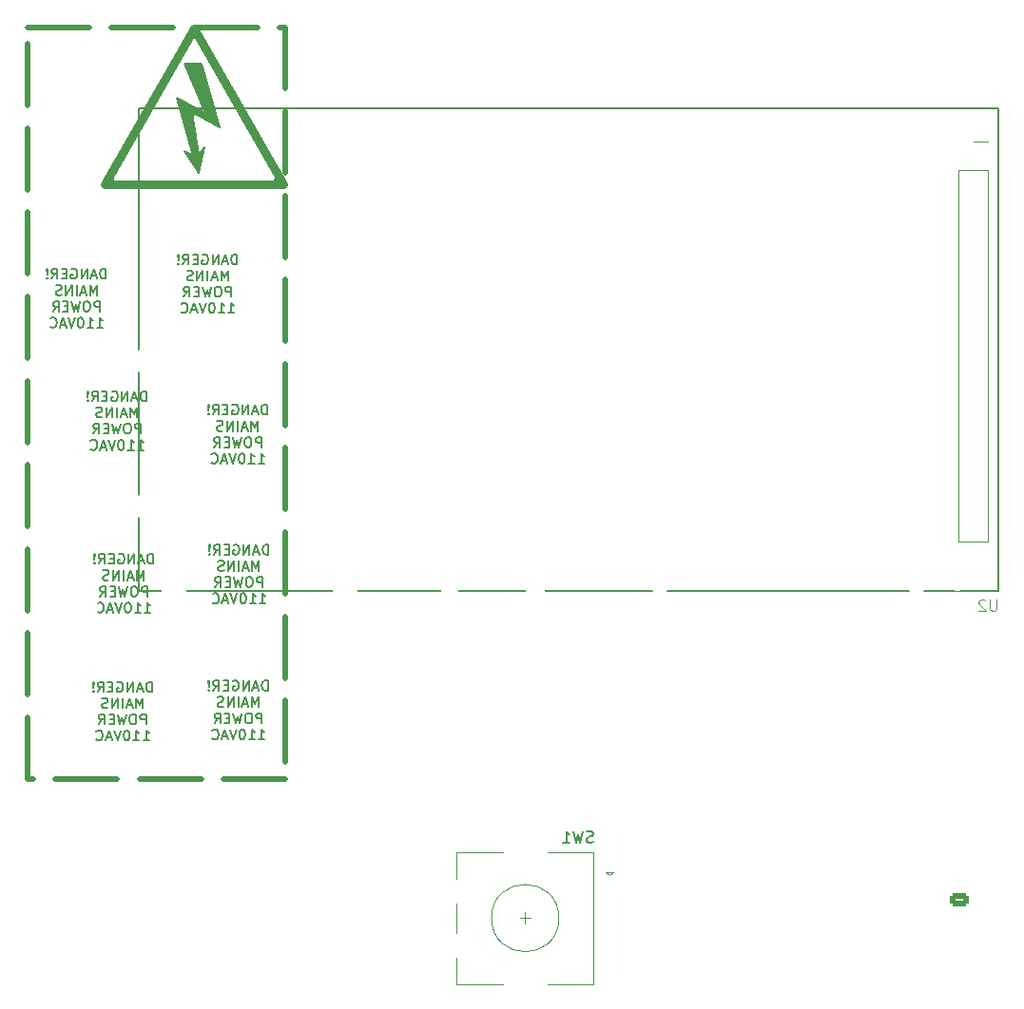
<source format=gbr>
%TF.GenerationSoftware,KiCad,Pcbnew,9.0.0*%
%TF.CreationDate,2025-07-02T18:07:02-06:00*%
%TF.ProjectId,CyberSmoker_PCB_v2,43796265-7253-46d6-9f6b-65725f504342,rev?*%
%TF.SameCoordinates,Original*%
%TF.FileFunction,Legend,Bot*%
%TF.FilePolarity,Positive*%
%FSLAX46Y46*%
G04 Gerber Fmt 4.6, Leading zero omitted, Abs format (unit mm)*
G04 Created by KiCad (PCBNEW 9.0.0) date 2025-07-02 18:07:02*
%MOMM*%
%LPD*%
G01*
G04 APERTURE LIST*
G04 Aperture macros list*
%AMRoundRect*
0 Rectangle with rounded corners*
0 $1 Rounding radius*
0 $2 $3 $4 $5 $6 $7 $8 $9 X,Y pos of 4 corners*
0 Add a 4 corners polygon primitive as box body*
4,1,4,$2,$3,$4,$5,$6,$7,$8,$9,$2,$3,0*
0 Add four circle primitives for the rounded corners*
1,1,$1+$1,$2,$3*
1,1,$1+$1,$4,$5*
1,1,$1+$1,$6,$7*
1,1,$1+$1,$8,$9*
0 Add four rect primitives between the rounded corners*
20,1,$1+$1,$2,$3,$4,$5,0*
20,1,$1+$1,$4,$5,$6,$7,0*
20,1,$1+$1,$6,$7,$8,$9,0*
20,1,$1+$1,$8,$9,$2,$3,0*%
G04 Aperture macros list end*
%ADD10C,0.500000*%
%ADD11C,0.150000*%
%ADD12C,0.100000*%
%ADD13C,0.120000*%
%ADD14C,0.200000*%
%ADD15C,0.800000*%
%ADD16C,1.600000*%
%ADD17R,2.000000X2.000000*%
%ADD18C,2.000000*%
%ADD19R,3.200000X2.000000*%
%ADD20O,1.700000X1.700000*%
%ADD21R,1.700000X1.700000*%
%ADD22C,1.530000*%
%ADD23R,1.530000X1.530000*%
%ADD24O,1.600000X1.600000*%
%ADD25R,1.800000X1.800000*%
%ADD26O,1.800000X1.800000*%
%ADD27R,3.000000X3.000000*%
%ADD28C,3.000000*%
%ADD29R,2.300000X2.300000*%
%ADD30C,2.300000*%
%ADD31R,2.000000X1.905000*%
%ADD32O,2.000000X1.905000*%
%ADD33O,2.800000X1.800000*%
%ADD34C,3.200000*%
%ADD35R,1.700000X2.000000*%
%ADD36O,1.700000X2.000000*%
%ADD37O,1.750000X1.200000*%
%ADD38RoundRect,0.250000X0.625000X-0.350000X0.625000X0.350000X-0.625000X0.350000X-0.625000X-0.350000X0*%
G04 APERTURE END LIST*
D10*
X56200000Y-62200000D02*
X61700000Y-62200000D01*
X63700000Y-62200000D02*
X69200000Y-62200000D01*
X71200000Y-62200000D02*
X76700000Y-62200000D01*
X78700000Y-62200000D02*
X79200000Y-62200000D01*
X79200000Y-62200000D02*
X79200000Y-67700000D01*
X79200000Y-69700000D02*
X79200000Y-75200000D01*
X79200000Y-77200000D02*
X79200000Y-82700000D01*
X79200000Y-84700000D02*
X79200000Y-90200000D01*
X79200000Y-92200000D02*
X79200000Y-97700000D01*
X79200000Y-99700000D02*
X79200000Y-105200000D01*
X79200000Y-107200000D02*
X79200000Y-112700000D01*
X79200000Y-114700000D02*
X79200000Y-120200000D01*
X79200000Y-122200000D02*
X79200000Y-127700000D01*
X79200000Y-129200000D02*
X73700000Y-129200000D01*
X71700000Y-129200000D02*
X66200000Y-129200000D01*
X64200000Y-129200000D02*
X58700000Y-129200000D01*
X56700000Y-129200000D02*
X56200000Y-129200000D01*
X56200000Y-129200000D02*
X56200000Y-123700000D01*
X56200000Y-121700000D02*
X56200000Y-116200000D01*
X56200000Y-114200000D02*
X56200000Y-108700000D01*
X56200000Y-106700000D02*
X56200000Y-101200000D01*
X56200000Y-99200000D02*
X56200000Y-93700000D01*
X56200000Y-91700000D02*
X56200000Y-86200000D01*
X56200000Y-84200000D02*
X56200000Y-78700000D01*
X56200000Y-76700000D02*
X56200000Y-71200000D01*
X56200000Y-69200000D02*
X56200000Y-63700000D01*
D11*
X77664285Y-109210207D02*
X77664285Y-108310207D01*
X77664285Y-108310207D02*
X77449999Y-108310207D01*
X77449999Y-108310207D02*
X77321428Y-108353064D01*
X77321428Y-108353064D02*
X77235713Y-108438778D01*
X77235713Y-108438778D02*
X77192856Y-108524492D01*
X77192856Y-108524492D02*
X77149999Y-108695921D01*
X77149999Y-108695921D02*
X77149999Y-108824492D01*
X77149999Y-108824492D02*
X77192856Y-108995921D01*
X77192856Y-108995921D02*
X77235713Y-109081635D01*
X77235713Y-109081635D02*
X77321428Y-109167350D01*
X77321428Y-109167350D02*
X77449999Y-109210207D01*
X77449999Y-109210207D02*
X77664285Y-109210207D01*
X76807142Y-108953064D02*
X76378571Y-108953064D01*
X76892856Y-109210207D02*
X76592856Y-108310207D01*
X76592856Y-108310207D02*
X76292856Y-109210207D01*
X75992856Y-109210207D02*
X75992856Y-108310207D01*
X75992856Y-108310207D02*
X75478570Y-109210207D01*
X75478570Y-109210207D02*
X75478570Y-108310207D01*
X74578570Y-108353064D02*
X74664285Y-108310207D01*
X74664285Y-108310207D02*
X74792856Y-108310207D01*
X74792856Y-108310207D02*
X74921427Y-108353064D01*
X74921427Y-108353064D02*
X75007142Y-108438778D01*
X75007142Y-108438778D02*
X75049999Y-108524492D01*
X75049999Y-108524492D02*
X75092856Y-108695921D01*
X75092856Y-108695921D02*
X75092856Y-108824492D01*
X75092856Y-108824492D02*
X75049999Y-108995921D01*
X75049999Y-108995921D02*
X75007142Y-109081635D01*
X75007142Y-109081635D02*
X74921427Y-109167350D01*
X74921427Y-109167350D02*
X74792856Y-109210207D01*
X74792856Y-109210207D02*
X74707142Y-109210207D01*
X74707142Y-109210207D02*
X74578570Y-109167350D01*
X74578570Y-109167350D02*
X74535713Y-109124492D01*
X74535713Y-109124492D02*
X74535713Y-108824492D01*
X74535713Y-108824492D02*
X74707142Y-108824492D01*
X74149999Y-108738778D02*
X73849999Y-108738778D01*
X73721427Y-109210207D02*
X74149999Y-109210207D01*
X74149999Y-109210207D02*
X74149999Y-108310207D01*
X74149999Y-108310207D02*
X73721427Y-108310207D01*
X72821427Y-109210207D02*
X73121427Y-108781635D01*
X73335713Y-109210207D02*
X73335713Y-108310207D01*
X73335713Y-108310207D02*
X72992856Y-108310207D01*
X72992856Y-108310207D02*
X72907141Y-108353064D01*
X72907141Y-108353064D02*
X72864284Y-108395921D01*
X72864284Y-108395921D02*
X72821427Y-108481635D01*
X72821427Y-108481635D02*
X72821427Y-108610207D01*
X72821427Y-108610207D02*
X72864284Y-108695921D01*
X72864284Y-108695921D02*
X72907141Y-108738778D01*
X72907141Y-108738778D02*
X72992856Y-108781635D01*
X72992856Y-108781635D02*
X73335713Y-108781635D01*
X72435713Y-109124492D02*
X72392856Y-109167350D01*
X72392856Y-109167350D02*
X72435713Y-109210207D01*
X72435713Y-109210207D02*
X72478570Y-109167350D01*
X72478570Y-109167350D02*
X72435713Y-109124492D01*
X72435713Y-109124492D02*
X72435713Y-109210207D01*
X72435713Y-108867350D02*
X72478570Y-108353064D01*
X72478570Y-108353064D02*
X72435713Y-108310207D01*
X72435713Y-108310207D02*
X72392856Y-108353064D01*
X72392856Y-108353064D02*
X72435713Y-108867350D01*
X72435713Y-108867350D02*
X72435713Y-108310207D01*
X76849999Y-110659157D02*
X76849999Y-109759157D01*
X76849999Y-109759157D02*
X76549999Y-110402014D01*
X76549999Y-110402014D02*
X76249999Y-109759157D01*
X76249999Y-109759157D02*
X76249999Y-110659157D01*
X75864285Y-110402014D02*
X75435714Y-110402014D01*
X75949999Y-110659157D02*
X75649999Y-109759157D01*
X75649999Y-109759157D02*
X75349999Y-110659157D01*
X75049999Y-110659157D02*
X75049999Y-109759157D01*
X74621428Y-110659157D02*
X74621428Y-109759157D01*
X74621428Y-109759157D02*
X74107142Y-110659157D01*
X74107142Y-110659157D02*
X74107142Y-109759157D01*
X73721428Y-110616300D02*
X73592857Y-110659157D01*
X73592857Y-110659157D02*
X73378571Y-110659157D01*
X73378571Y-110659157D02*
X73292857Y-110616300D01*
X73292857Y-110616300D02*
X73249999Y-110573442D01*
X73249999Y-110573442D02*
X73207142Y-110487728D01*
X73207142Y-110487728D02*
X73207142Y-110402014D01*
X73207142Y-110402014D02*
X73249999Y-110316300D01*
X73249999Y-110316300D02*
X73292857Y-110273442D01*
X73292857Y-110273442D02*
X73378571Y-110230585D01*
X73378571Y-110230585D02*
X73549999Y-110187728D01*
X73549999Y-110187728D02*
X73635714Y-110144871D01*
X73635714Y-110144871D02*
X73678571Y-110102014D01*
X73678571Y-110102014D02*
X73721428Y-110016300D01*
X73721428Y-110016300D02*
X73721428Y-109930585D01*
X73721428Y-109930585D02*
X73678571Y-109844871D01*
X73678571Y-109844871D02*
X73635714Y-109802014D01*
X73635714Y-109802014D02*
X73549999Y-109759157D01*
X73549999Y-109759157D02*
X73335714Y-109759157D01*
X73335714Y-109759157D02*
X73207142Y-109802014D01*
X77128571Y-112108107D02*
X77128571Y-111208107D01*
X77128571Y-111208107D02*
X76785714Y-111208107D01*
X76785714Y-111208107D02*
X76699999Y-111250964D01*
X76699999Y-111250964D02*
X76657142Y-111293821D01*
X76657142Y-111293821D02*
X76614285Y-111379535D01*
X76614285Y-111379535D02*
X76614285Y-111508107D01*
X76614285Y-111508107D02*
X76657142Y-111593821D01*
X76657142Y-111593821D02*
X76699999Y-111636678D01*
X76699999Y-111636678D02*
X76785714Y-111679535D01*
X76785714Y-111679535D02*
X77128571Y-111679535D01*
X76057142Y-111208107D02*
X75885714Y-111208107D01*
X75885714Y-111208107D02*
X75799999Y-111250964D01*
X75799999Y-111250964D02*
X75714285Y-111336678D01*
X75714285Y-111336678D02*
X75671428Y-111508107D01*
X75671428Y-111508107D02*
X75671428Y-111808107D01*
X75671428Y-111808107D02*
X75714285Y-111979535D01*
X75714285Y-111979535D02*
X75799999Y-112065250D01*
X75799999Y-112065250D02*
X75885714Y-112108107D01*
X75885714Y-112108107D02*
X76057142Y-112108107D01*
X76057142Y-112108107D02*
X76142857Y-112065250D01*
X76142857Y-112065250D02*
X76228571Y-111979535D01*
X76228571Y-111979535D02*
X76271428Y-111808107D01*
X76271428Y-111808107D02*
X76271428Y-111508107D01*
X76271428Y-111508107D02*
X76228571Y-111336678D01*
X76228571Y-111336678D02*
X76142857Y-111250964D01*
X76142857Y-111250964D02*
X76057142Y-111208107D01*
X75371428Y-111208107D02*
X75157142Y-112108107D01*
X75157142Y-112108107D02*
X74985714Y-111465250D01*
X74985714Y-111465250D02*
X74814285Y-112108107D01*
X74814285Y-112108107D02*
X74600000Y-111208107D01*
X74257143Y-111636678D02*
X73957143Y-111636678D01*
X73828571Y-112108107D02*
X74257143Y-112108107D01*
X74257143Y-112108107D02*
X74257143Y-111208107D01*
X74257143Y-111208107D02*
X73828571Y-111208107D01*
X72928571Y-112108107D02*
X73228571Y-111679535D01*
X73442857Y-112108107D02*
X73442857Y-111208107D01*
X73442857Y-111208107D02*
X73100000Y-111208107D01*
X73100000Y-111208107D02*
X73014285Y-111250964D01*
X73014285Y-111250964D02*
X72971428Y-111293821D01*
X72971428Y-111293821D02*
X72928571Y-111379535D01*
X72928571Y-111379535D02*
X72928571Y-111508107D01*
X72928571Y-111508107D02*
X72971428Y-111593821D01*
X72971428Y-111593821D02*
X73014285Y-111636678D01*
X73014285Y-111636678D02*
X73100000Y-111679535D01*
X73100000Y-111679535D02*
X73442857Y-111679535D01*
X76871428Y-113557057D02*
X77385714Y-113557057D01*
X77128571Y-113557057D02*
X77128571Y-112657057D01*
X77128571Y-112657057D02*
X77214285Y-112785628D01*
X77214285Y-112785628D02*
X77300000Y-112871342D01*
X77300000Y-112871342D02*
X77385714Y-112914200D01*
X76014285Y-113557057D02*
X76528571Y-113557057D01*
X76271428Y-113557057D02*
X76271428Y-112657057D01*
X76271428Y-112657057D02*
X76357142Y-112785628D01*
X76357142Y-112785628D02*
X76442857Y-112871342D01*
X76442857Y-112871342D02*
X76528571Y-112914200D01*
X75457142Y-112657057D02*
X75371428Y-112657057D01*
X75371428Y-112657057D02*
X75285714Y-112699914D01*
X75285714Y-112699914D02*
X75242857Y-112742771D01*
X75242857Y-112742771D02*
X75199999Y-112828485D01*
X75199999Y-112828485D02*
X75157142Y-112999914D01*
X75157142Y-112999914D02*
X75157142Y-113214200D01*
X75157142Y-113214200D02*
X75199999Y-113385628D01*
X75199999Y-113385628D02*
X75242857Y-113471342D01*
X75242857Y-113471342D02*
X75285714Y-113514200D01*
X75285714Y-113514200D02*
X75371428Y-113557057D01*
X75371428Y-113557057D02*
X75457142Y-113557057D01*
X75457142Y-113557057D02*
X75542857Y-113514200D01*
X75542857Y-113514200D02*
X75585714Y-113471342D01*
X75585714Y-113471342D02*
X75628571Y-113385628D01*
X75628571Y-113385628D02*
X75671428Y-113214200D01*
X75671428Y-113214200D02*
X75671428Y-112999914D01*
X75671428Y-112999914D02*
X75628571Y-112828485D01*
X75628571Y-112828485D02*
X75585714Y-112742771D01*
X75585714Y-112742771D02*
X75542857Y-112699914D01*
X75542857Y-112699914D02*
X75457142Y-112657057D01*
X74899999Y-112657057D02*
X74599999Y-113557057D01*
X74599999Y-113557057D02*
X74299999Y-112657057D01*
X74042856Y-113299914D02*
X73614285Y-113299914D01*
X74128570Y-113557057D02*
X73828570Y-112657057D01*
X73828570Y-112657057D02*
X73528570Y-113557057D01*
X72714284Y-113471342D02*
X72757141Y-113514200D01*
X72757141Y-113514200D02*
X72885713Y-113557057D01*
X72885713Y-113557057D02*
X72971427Y-113557057D01*
X72971427Y-113557057D02*
X73099998Y-113514200D01*
X73099998Y-113514200D02*
X73185713Y-113428485D01*
X73185713Y-113428485D02*
X73228570Y-113342771D01*
X73228570Y-113342771D02*
X73271427Y-113171342D01*
X73271427Y-113171342D02*
X73271427Y-113042771D01*
X73271427Y-113042771D02*
X73228570Y-112871342D01*
X73228570Y-112871342D02*
X73185713Y-112785628D01*
X73185713Y-112785628D02*
X73099998Y-112699914D01*
X73099998Y-112699914D02*
X72971427Y-112657057D01*
X72971427Y-112657057D02*
X72885713Y-112657057D01*
X72885713Y-112657057D02*
X72757141Y-112699914D01*
X72757141Y-112699914D02*
X72714284Y-112742771D01*
X74889285Y-83335207D02*
X74889285Y-82435207D01*
X74889285Y-82435207D02*
X74674999Y-82435207D01*
X74674999Y-82435207D02*
X74546428Y-82478064D01*
X74546428Y-82478064D02*
X74460713Y-82563778D01*
X74460713Y-82563778D02*
X74417856Y-82649492D01*
X74417856Y-82649492D02*
X74374999Y-82820921D01*
X74374999Y-82820921D02*
X74374999Y-82949492D01*
X74374999Y-82949492D02*
X74417856Y-83120921D01*
X74417856Y-83120921D02*
X74460713Y-83206635D01*
X74460713Y-83206635D02*
X74546428Y-83292350D01*
X74546428Y-83292350D02*
X74674999Y-83335207D01*
X74674999Y-83335207D02*
X74889285Y-83335207D01*
X74032142Y-83078064D02*
X73603571Y-83078064D01*
X74117856Y-83335207D02*
X73817856Y-82435207D01*
X73817856Y-82435207D02*
X73517856Y-83335207D01*
X73217856Y-83335207D02*
X73217856Y-82435207D01*
X73217856Y-82435207D02*
X72703570Y-83335207D01*
X72703570Y-83335207D02*
X72703570Y-82435207D01*
X71803570Y-82478064D02*
X71889285Y-82435207D01*
X71889285Y-82435207D02*
X72017856Y-82435207D01*
X72017856Y-82435207D02*
X72146427Y-82478064D01*
X72146427Y-82478064D02*
X72232142Y-82563778D01*
X72232142Y-82563778D02*
X72274999Y-82649492D01*
X72274999Y-82649492D02*
X72317856Y-82820921D01*
X72317856Y-82820921D02*
X72317856Y-82949492D01*
X72317856Y-82949492D02*
X72274999Y-83120921D01*
X72274999Y-83120921D02*
X72232142Y-83206635D01*
X72232142Y-83206635D02*
X72146427Y-83292350D01*
X72146427Y-83292350D02*
X72017856Y-83335207D01*
X72017856Y-83335207D02*
X71932142Y-83335207D01*
X71932142Y-83335207D02*
X71803570Y-83292350D01*
X71803570Y-83292350D02*
X71760713Y-83249492D01*
X71760713Y-83249492D02*
X71760713Y-82949492D01*
X71760713Y-82949492D02*
X71932142Y-82949492D01*
X71374999Y-82863778D02*
X71074999Y-82863778D01*
X70946427Y-83335207D02*
X71374999Y-83335207D01*
X71374999Y-83335207D02*
X71374999Y-82435207D01*
X71374999Y-82435207D02*
X70946427Y-82435207D01*
X70046427Y-83335207D02*
X70346427Y-82906635D01*
X70560713Y-83335207D02*
X70560713Y-82435207D01*
X70560713Y-82435207D02*
X70217856Y-82435207D01*
X70217856Y-82435207D02*
X70132141Y-82478064D01*
X70132141Y-82478064D02*
X70089284Y-82520921D01*
X70089284Y-82520921D02*
X70046427Y-82606635D01*
X70046427Y-82606635D02*
X70046427Y-82735207D01*
X70046427Y-82735207D02*
X70089284Y-82820921D01*
X70089284Y-82820921D02*
X70132141Y-82863778D01*
X70132141Y-82863778D02*
X70217856Y-82906635D01*
X70217856Y-82906635D02*
X70560713Y-82906635D01*
X69660713Y-83249492D02*
X69617856Y-83292350D01*
X69617856Y-83292350D02*
X69660713Y-83335207D01*
X69660713Y-83335207D02*
X69703570Y-83292350D01*
X69703570Y-83292350D02*
X69660713Y-83249492D01*
X69660713Y-83249492D02*
X69660713Y-83335207D01*
X69660713Y-82992350D02*
X69703570Y-82478064D01*
X69703570Y-82478064D02*
X69660713Y-82435207D01*
X69660713Y-82435207D02*
X69617856Y-82478064D01*
X69617856Y-82478064D02*
X69660713Y-82992350D01*
X69660713Y-82992350D02*
X69660713Y-82435207D01*
X74074999Y-84784157D02*
X74074999Y-83884157D01*
X74074999Y-83884157D02*
X73774999Y-84527014D01*
X73774999Y-84527014D02*
X73474999Y-83884157D01*
X73474999Y-83884157D02*
X73474999Y-84784157D01*
X73089285Y-84527014D02*
X72660714Y-84527014D01*
X73174999Y-84784157D02*
X72874999Y-83884157D01*
X72874999Y-83884157D02*
X72574999Y-84784157D01*
X72274999Y-84784157D02*
X72274999Y-83884157D01*
X71846428Y-84784157D02*
X71846428Y-83884157D01*
X71846428Y-83884157D02*
X71332142Y-84784157D01*
X71332142Y-84784157D02*
X71332142Y-83884157D01*
X70946428Y-84741300D02*
X70817857Y-84784157D01*
X70817857Y-84784157D02*
X70603571Y-84784157D01*
X70603571Y-84784157D02*
X70517857Y-84741300D01*
X70517857Y-84741300D02*
X70474999Y-84698442D01*
X70474999Y-84698442D02*
X70432142Y-84612728D01*
X70432142Y-84612728D02*
X70432142Y-84527014D01*
X70432142Y-84527014D02*
X70474999Y-84441300D01*
X70474999Y-84441300D02*
X70517857Y-84398442D01*
X70517857Y-84398442D02*
X70603571Y-84355585D01*
X70603571Y-84355585D02*
X70774999Y-84312728D01*
X70774999Y-84312728D02*
X70860714Y-84269871D01*
X70860714Y-84269871D02*
X70903571Y-84227014D01*
X70903571Y-84227014D02*
X70946428Y-84141300D01*
X70946428Y-84141300D02*
X70946428Y-84055585D01*
X70946428Y-84055585D02*
X70903571Y-83969871D01*
X70903571Y-83969871D02*
X70860714Y-83927014D01*
X70860714Y-83927014D02*
X70774999Y-83884157D01*
X70774999Y-83884157D02*
X70560714Y-83884157D01*
X70560714Y-83884157D02*
X70432142Y-83927014D01*
X74353571Y-86233107D02*
X74353571Y-85333107D01*
X74353571Y-85333107D02*
X74010714Y-85333107D01*
X74010714Y-85333107D02*
X73924999Y-85375964D01*
X73924999Y-85375964D02*
X73882142Y-85418821D01*
X73882142Y-85418821D02*
X73839285Y-85504535D01*
X73839285Y-85504535D02*
X73839285Y-85633107D01*
X73839285Y-85633107D02*
X73882142Y-85718821D01*
X73882142Y-85718821D02*
X73924999Y-85761678D01*
X73924999Y-85761678D02*
X74010714Y-85804535D01*
X74010714Y-85804535D02*
X74353571Y-85804535D01*
X73282142Y-85333107D02*
X73110714Y-85333107D01*
X73110714Y-85333107D02*
X73024999Y-85375964D01*
X73024999Y-85375964D02*
X72939285Y-85461678D01*
X72939285Y-85461678D02*
X72896428Y-85633107D01*
X72896428Y-85633107D02*
X72896428Y-85933107D01*
X72896428Y-85933107D02*
X72939285Y-86104535D01*
X72939285Y-86104535D02*
X73024999Y-86190250D01*
X73024999Y-86190250D02*
X73110714Y-86233107D01*
X73110714Y-86233107D02*
X73282142Y-86233107D01*
X73282142Y-86233107D02*
X73367857Y-86190250D01*
X73367857Y-86190250D02*
X73453571Y-86104535D01*
X73453571Y-86104535D02*
X73496428Y-85933107D01*
X73496428Y-85933107D02*
X73496428Y-85633107D01*
X73496428Y-85633107D02*
X73453571Y-85461678D01*
X73453571Y-85461678D02*
X73367857Y-85375964D01*
X73367857Y-85375964D02*
X73282142Y-85333107D01*
X72596428Y-85333107D02*
X72382142Y-86233107D01*
X72382142Y-86233107D02*
X72210714Y-85590250D01*
X72210714Y-85590250D02*
X72039285Y-86233107D01*
X72039285Y-86233107D02*
X71825000Y-85333107D01*
X71482143Y-85761678D02*
X71182143Y-85761678D01*
X71053571Y-86233107D02*
X71482143Y-86233107D01*
X71482143Y-86233107D02*
X71482143Y-85333107D01*
X71482143Y-85333107D02*
X71053571Y-85333107D01*
X70153571Y-86233107D02*
X70453571Y-85804535D01*
X70667857Y-86233107D02*
X70667857Y-85333107D01*
X70667857Y-85333107D02*
X70325000Y-85333107D01*
X70325000Y-85333107D02*
X70239285Y-85375964D01*
X70239285Y-85375964D02*
X70196428Y-85418821D01*
X70196428Y-85418821D02*
X70153571Y-85504535D01*
X70153571Y-85504535D02*
X70153571Y-85633107D01*
X70153571Y-85633107D02*
X70196428Y-85718821D01*
X70196428Y-85718821D02*
X70239285Y-85761678D01*
X70239285Y-85761678D02*
X70325000Y-85804535D01*
X70325000Y-85804535D02*
X70667857Y-85804535D01*
X74096428Y-87682057D02*
X74610714Y-87682057D01*
X74353571Y-87682057D02*
X74353571Y-86782057D01*
X74353571Y-86782057D02*
X74439285Y-86910628D01*
X74439285Y-86910628D02*
X74525000Y-86996342D01*
X74525000Y-86996342D02*
X74610714Y-87039200D01*
X73239285Y-87682057D02*
X73753571Y-87682057D01*
X73496428Y-87682057D02*
X73496428Y-86782057D01*
X73496428Y-86782057D02*
X73582142Y-86910628D01*
X73582142Y-86910628D02*
X73667857Y-86996342D01*
X73667857Y-86996342D02*
X73753571Y-87039200D01*
X72682142Y-86782057D02*
X72596428Y-86782057D01*
X72596428Y-86782057D02*
X72510714Y-86824914D01*
X72510714Y-86824914D02*
X72467857Y-86867771D01*
X72467857Y-86867771D02*
X72424999Y-86953485D01*
X72424999Y-86953485D02*
X72382142Y-87124914D01*
X72382142Y-87124914D02*
X72382142Y-87339200D01*
X72382142Y-87339200D02*
X72424999Y-87510628D01*
X72424999Y-87510628D02*
X72467857Y-87596342D01*
X72467857Y-87596342D02*
X72510714Y-87639200D01*
X72510714Y-87639200D02*
X72596428Y-87682057D01*
X72596428Y-87682057D02*
X72682142Y-87682057D01*
X72682142Y-87682057D02*
X72767857Y-87639200D01*
X72767857Y-87639200D02*
X72810714Y-87596342D01*
X72810714Y-87596342D02*
X72853571Y-87510628D01*
X72853571Y-87510628D02*
X72896428Y-87339200D01*
X72896428Y-87339200D02*
X72896428Y-87124914D01*
X72896428Y-87124914D02*
X72853571Y-86953485D01*
X72853571Y-86953485D02*
X72810714Y-86867771D01*
X72810714Y-86867771D02*
X72767857Y-86824914D01*
X72767857Y-86824914D02*
X72682142Y-86782057D01*
X72124999Y-86782057D02*
X71824999Y-87682057D01*
X71824999Y-87682057D02*
X71524999Y-86782057D01*
X71267856Y-87424914D02*
X70839285Y-87424914D01*
X71353570Y-87682057D02*
X71053570Y-86782057D01*
X71053570Y-86782057D02*
X70753570Y-87682057D01*
X69939284Y-87596342D02*
X69982141Y-87639200D01*
X69982141Y-87639200D02*
X70110713Y-87682057D01*
X70110713Y-87682057D02*
X70196427Y-87682057D01*
X70196427Y-87682057D02*
X70324998Y-87639200D01*
X70324998Y-87639200D02*
X70410713Y-87553485D01*
X70410713Y-87553485D02*
X70453570Y-87467771D01*
X70453570Y-87467771D02*
X70496427Y-87296342D01*
X70496427Y-87296342D02*
X70496427Y-87167771D01*
X70496427Y-87167771D02*
X70453570Y-86996342D01*
X70453570Y-86996342D02*
X70410713Y-86910628D01*
X70410713Y-86910628D02*
X70324998Y-86824914D01*
X70324998Y-86824914D02*
X70196427Y-86782057D01*
X70196427Y-86782057D02*
X70110713Y-86782057D01*
X70110713Y-86782057D02*
X69982141Y-86824914D01*
X69982141Y-86824914D02*
X69939284Y-86867771D01*
X66814285Y-95535207D02*
X66814285Y-94635207D01*
X66814285Y-94635207D02*
X66599999Y-94635207D01*
X66599999Y-94635207D02*
X66471428Y-94678064D01*
X66471428Y-94678064D02*
X66385713Y-94763778D01*
X66385713Y-94763778D02*
X66342856Y-94849492D01*
X66342856Y-94849492D02*
X66299999Y-95020921D01*
X66299999Y-95020921D02*
X66299999Y-95149492D01*
X66299999Y-95149492D02*
X66342856Y-95320921D01*
X66342856Y-95320921D02*
X66385713Y-95406635D01*
X66385713Y-95406635D02*
X66471428Y-95492350D01*
X66471428Y-95492350D02*
X66599999Y-95535207D01*
X66599999Y-95535207D02*
X66814285Y-95535207D01*
X65957142Y-95278064D02*
X65528571Y-95278064D01*
X66042856Y-95535207D02*
X65742856Y-94635207D01*
X65742856Y-94635207D02*
X65442856Y-95535207D01*
X65142856Y-95535207D02*
X65142856Y-94635207D01*
X65142856Y-94635207D02*
X64628570Y-95535207D01*
X64628570Y-95535207D02*
X64628570Y-94635207D01*
X63728570Y-94678064D02*
X63814285Y-94635207D01*
X63814285Y-94635207D02*
X63942856Y-94635207D01*
X63942856Y-94635207D02*
X64071427Y-94678064D01*
X64071427Y-94678064D02*
X64157142Y-94763778D01*
X64157142Y-94763778D02*
X64199999Y-94849492D01*
X64199999Y-94849492D02*
X64242856Y-95020921D01*
X64242856Y-95020921D02*
X64242856Y-95149492D01*
X64242856Y-95149492D02*
X64199999Y-95320921D01*
X64199999Y-95320921D02*
X64157142Y-95406635D01*
X64157142Y-95406635D02*
X64071427Y-95492350D01*
X64071427Y-95492350D02*
X63942856Y-95535207D01*
X63942856Y-95535207D02*
X63857142Y-95535207D01*
X63857142Y-95535207D02*
X63728570Y-95492350D01*
X63728570Y-95492350D02*
X63685713Y-95449492D01*
X63685713Y-95449492D02*
X63685713Y-95149492D01*
X63685713Y-95149492D02*
X63857142Y-95149492D01*
X63299999Y-95063778D02*
X62999999Y-95063778D01*
X62871427Y-95535207D02*
X63299999Y-95535207D01*
X63299999Y-95535207D02*
X63299999Y-94635207D01*
X63299999Y-94635207D02*
X62871427Y-94635207D01*
X61971427Y-95535207D02*
X62271427Y-95106635D01*
X62485713Y-95535207D02*
X62485713Y-94635207D01*
X62485713Y-94635207D02*
X62142856Y-94635207D01*
X62142856Y-94635207D02*
X62057141Y-94678064D01*
X62057141Y-94678064D02*
X62014284Y-94720921D01*
X62014284Y-94720921D02*
X61971427Y-94806635D01*
X61971427Y-94806635D02*
X61971427Y-94935207D01*
X61971427Y-94935207D02*
X62014284Y-95020921D01*
X62014284Y-95020921D02*
X62057141Y-95063778D01*
X62057141Y-95063778D02*
X62142856Y-95106635D01*
X62142856Y-95106635D02*
X62485713Y-95106635D01*
X61585713Y-95449492D02*
X61542856Y-95492350D01*
X61542856Y-95492350D02*
X61585713Y-95535207D01*
X61585713Y-95535207D02*
X61628570Y-95492350D01*
X61628570Y-95492350D02*
X61585713Y-95449492D01*
X61585713Y-95449492D02*
X61585713Y-95535207D01*
X61585713Y-95192350D02*
X61628570Y-94678064D01*
X61628570Y-94678064D02*
X61585713Y-94635207D01*
X61585713Y-94635207D02*
X61542856Y-94678064D01*
X61542856Y-94678064D02*
X61585713Y-95192350D01*
X61585713Y-95192350D02*
X61585713Y-94635207D01*
X65999999Y-96984157D02*
X65999999Y-96084157D01*
X65999999Y-96084157D02*
X65699999Y-96727014D01*
X65699999Y-96727014D02*
X65399999Y-96084157D01*
X65399999Y-96084157D02*
X65399999Y-96984157D01*
X65014285Y-96727014D02*
X64585714Y-96727014D01*
X65099999Y-96984157D02*
X64799999Y-96084157D01*
X64799999Y-96084157D02*
X64499999Y-96984157D01*
X64199999Y-96984157D02*
X64199999Y-96084157D01*
X63771428Y-96984157D02*
X63771428Y-96084157D01*
X63771428Y-96084157D02*
X63257142Y-96984157D01*
X63257142Y-96984157D02*
X63257142Y-96084157D01*
X62871428Y-96941300D02*
X62742857Y-96984157D01*
X62742857Y-96984157D02*
X62528571Y-96984157D01*
X62528571Y-96984157D02*
X62442857Y-96941300D01*
X62442857Y-96941300D02*
X62399999Y-96898442D01*
X62399999Y-96898442D02*
X62357142Y-96812728D01*
X62357142Y-96812728D02*
X62357142Y-96727014D01*
X62357142Y-96727014D02*
X62399999Y-96641300D01*
X62399999Y-96641300D02*
X62442857Y-96598442D01*
X62442857Y-96598442D02*
X62528571Y-96555585D01*
X62528571Y-96555585D02*
X62699999Y-96512728D01*
X62699999Y-96512728D02*
X62785714Y-96469871D01*
X62785714Y-96469871D02*
X62828571Y-96427014D01*
X62828571Y-96427014D02*
X62871428Y-96341300D01*
X62871428Y-96341300D02*
X62871428Y-96255585D01*
X62871428Y-96255585D02*
X62828571Y-96169871D01*
X62828571Y-96169871D02*
X62785714Y-96127014D01*
X62785714Y-96127014D02*
X62699999Y-96084157D01*
X62699999Y-96084157D02*
X62485714Y-96084157D01*
X62485714Y-96084157D02*
X62357142Y-96127014D01*
X66278571Y-98433107D02*
X66278571Y-97533107D01*
X66278571Y-97533107D02*
X65935714Y-97533107D01*
X65935714Y-97533107D02*
X65849999Y-97575964D01*
X65849999Y-97575964D02*
X65807142Y-97618821D01*
X65807142Y-97618821D02*
X65764285Y-97704535D01*
X65764285Y-97704535D02*
X65764285Y-97833107D01*
X65764285Y-97833107D02*
X65807142Y-97918821D01*
X65807142Y-97918821D02*
X65849999Y-97961678D01*
X65849999Y-97961678D02*
X65935714Y-98004535D01*
X65935714Y-98004535D02*
X66278571Y-98004535D01*
X65207142Y-97533107D02*
X65035714Y-97533107D01*
X65035714Y-97533107D02*
X64949999Y-97575964D01*
X64949999Y-97575964D02*
X64864285Y-97661678D01*
X64864285Y-97661678D02*
X64821428Y-97833107D01*
X64821428Y-97833107D02*
X64821428Y-98133107D01*
X64821428Y-98133107D02*
X64864285Y-98304535D01*
X64864285Y-98304535D02*
X64949999Y-98390250D01*
X64949999Y-98390250D02*
X65035714Y-98433107D01*
X65035714Y-98433107D02*
X65207142Y-98433107D01*
X65207142Y-98433107D02*
X65292857Y-98390250D01*
X65292857Y-98390250D02*
X65378571Y-98304535D01*
X65378571Y-98304535D02*
X65421428Y-98133107D01*
X65421428Y-98133107D02*
X65421428Y-97833107D01*
X65421428Y-97833107D02*
X65378571Y-97661678D01*
X65378571Y-97661678D02*
X65292857Y-97575964D01*
X65292857Y-97575964D02*
X65207142Y-97533107D01*
X64521428Y-97533107D02*
X64307142Y-98433107D01*
X64307142Y-98433107D02*
X64135714Y-97790250D01*
X64135714Y-97790250D02*
X63964285Y-98433107D01*
X63964285Y-98433107D02*
X63750000Y-97533107D01*
X63407143Y-97961678D02*
X63107143Y-97961678D01*
X62978571Y-98433107D02*
X63407143Y-98433107D01*
X63407143Y-98433107D02*
X63407143Y-97533107D01*
X63407143Y-97533107D02*
X62978571Y-97533107D01*
X62078571Y-98433107D02*
X62378571Y-98004535D01*
X62592857Y-98433107D02*
X62592857Y-97533107D01*
X62592857Y-97533107D02*
X62250000Y-97533107D01*
X62250000Y-97533107D02*
X62164285Y-97575964D01*
X62164285Y-97575964D02*
X62121428Y-97618821D01*
X62121428Y-97618821D02*
X62078571Y-97704535D01*
X62078571Y-97704535D02*
X62078571Y-97833107D01*
X62078571Y-97833107D02*
X62121428Y-97918821D01*
X62121428Y-97918821D02*
X62164285Y-97961678D01*
X62164285Y-97961678D02*
X62250000Y-98004535D01*
X62250000Y-98004535D02*
X62592857Y-98004535D01*
X66021428Y-99882057D02*
X66535714Y-99882057D01*
X66278571Y-99882057D02*
X66278571Y-98982057D01*
X66278571Y-98982057D02*
X66364285Y-99110628D01*
X66364285Y-99110628D02*
X66450000Y-99196342D01*
X66450000Y-99196342D02*
X66535714Y-99239200D01*
X65164285Y-99882057D02*
X65678571Y-99882057D01*
X65421428Y-99882057D02*
X65421428Y-98982057D01*
X65421428Y-98982057D02*
X65507142Y-99110628D01*
X65507142Y-99110628D02*
X65592857Y-99196342D01*
X65592857Y-99196342D02*
X65678571Y-99239200D01*
X64607142Y-98982057D02*
X64521428Y-98982057D01*
X64521428Y-98982057D02*
X64435714Y-99024914D01*
X64435714Y-99024914D02*
X64392857Y-99067771D01*
X64392857Y-99067771D02*
X64349999Y-99153485D01*
X64349999Y-99153485D02*
X64307142Y-99324914D01*
X64307142Y-99324914D02*
X64307142Y-99539200D01*
X64307142Y-99539200D02*
X64349999Y-99710628D01*
X64349999Y-99710628D02*
X64392857Y-99796342D01*
X64392857Y-99796342D02*
X64435714Y-99839200D01*
X64435714Y-99839200D02*
X64521428Y-99882057D01*
X64521428Y-99882057D02*
X64607142Y-99882057D01*
X64607142Y-99882057D02*
X64692857Y-99839200D01*
X64692857Y-99839200D02*
X64735714Y-99796342D01*
X64735714Y-99796342D02*
X64778571Y-99710628D01*
X64778571Y-99710628D02*
X64821428Y-99539200D01*
X64821428Y-99539200D02*
X64821428Y-99324914D01*
X64821428Y-99324914D02*
X64778571Y-99153485D01*
X64778571Y-99153485D02*
X64735714Y-99067771D01*
X64735714Y-99067771D02*
X64692857Y-99024914D01*
X64692857Y-99024914D02*
X64607142Y-98982057D01*
X64049999Y-98982057D02*
X63749999Y-99882057D01*
X63749999Y-99882057D02*
X63449999Y-98982057D01*
X63192856Y-99624914D02*
X62764285Y-99624914D01*
X63278570Y-99882057D02*
X62978570Y-98982057D01*
X62978570Y-98982057D02*
X62678570Y-99882057D01*
X61864284Y-99796342D02*
X61907141Y-99839200D01*
X61907141Y-99839200D02*
X62035713Y-99882057D01*
X62035713Y-99882057D02*
X62121427Y-99882057D01*
X62121427Y-99882057D02*
X62249998Y-99839200D01*
X62249998Y-99839200D02*
X62335713Y-99753485D01*
X62335713Y-99753485D02*
X62378570Y-99667771D01*
X62378570Y-99667771D02*
X62421427Y-99496342D01*
X62421427Y-99496342D02*
X62421427Y-99367771D01*
X62421427Y-99367771D02*
X62378570Y-99196342D01*
X62378570Y-99196342D02*
X62335713Y-99110628D01*
X62335713Y-99110628D02*
X62249998Y-99024914D01*
X62249998Y-99024914D02*
X62121427Y-98982057D01*
X62121427Y-98982057D02*
X62035713Y-98982057D01*
X62035713Y-98982057D02*
X61907141Y-99024914D01*
X61907141Y-99024914D02*
X61864284Y-99067771D01*
X77564285Y-96735207D02*
X77564285Y-95835207D01*
X77564285Y-95835207D02*
X77349999Y-95835207D01*
X77349999Y-95835207D02*
X77221428Y-95878064D01*
X77221428Y-95878064D02*
X77135713Y-95963778D01*
X77135713Y-95963778D02*
X77092856Y-96049492D01*
X77092856Y-96049492D02*
X77049999Y-96220921D01*
X77049999Y-96220921D02*
X77049999Y-96349492D01*
X77049999Y-96349492D02*
X77092856Y-96520921D01*
X77092856Y-96520921D02*
X77135713Y-96606635D01*
X77135713Y-96606635D02*
X77221428Y-96692350D01*
X77221428Y-96692350D02*
X77349999Y-96735207D01*
X77349999Y-96735207D02*
X77564285Y-96735207D01*
X76707142Y-96478064D02*
X76278571Y-96478064D01*
X76792856Y-96735207D02*
X76492856Y-95835207D01*
X76492856Y-95835207D02*
X76192856Y-96735207D01*
X75892856Y-96735207D02*
X75892856Y-95835207D01*
X75892856Y-95835207D02*
X75378570Y-96735207D01*
X75378570Y-96735207D02*
X75378570Y-95835207D01*
X74478570Y-95878064D02*
X74564285Y-95835207D01*
X74564285Y-95835207D02*
X74692856Y-95835207D01*
X74692856Y-95835207D02*
X74821427Y-95878064D01*
X74821427Y-95878064D02*
X74907142Y-95963778D01*
X74907142Y-95963778D02*
X74949999Y-96049492D01*
X74949999Y-96049492D02*
X74992856Y-96220921D01*
X74992856Y-96220921D02*
X74992856Y-96349492D01*
X74992856Y-96349492D02*
X74949999Y-96520921D01*
X74949999Y-96520921D02*
X74907142Y-96606635D01*
X74907142Y-96606635D02*
X74821427Y-96692350D01*
X74821427Y-96692350D02*
X74692856Y-96735207D01*
X74692856Y-96735207D02*
X74607142Y-96735207D01*
X74607142Y-96735207D02*
X74478570Y-96692350D01*
X74478570Y-96692350D02*
X74435713Y-96649492D01*
X74435713Y-96649492D02*
X74435713Y-96349492D01*
X74435713Y-96349492D02*
X74607142Y-96349492D01*
X74049999Y-96263778D02*
X73749999Y-96263778D01*
X73621427Y-96735207D02*
X74049999Y-96735207D01*
X74049999Y-96735207D02*
X74049999Y-95835207D01*
X74049999Y-95835207D02*
X73621427Y-95835207D01*
X72721427Y-96735207D02*
X73021427Y-96306635D01*
X73235713Y-96735207D02*
X73235713Y-95835207D01*
X73235713Y-95835207D02*
X72892856Y-95835207D01*
X72892856Y-95835207D02*
X72807141Y-95878064D01*
X72807141Y-95878064D02*
X72764284Y-95920921D01*
X72764284Y-95920921D02*
X72721427Y-96006635D01*
X72721427Y-96006635D02*
X72721427Y-96135207D01*
X72721427Y-96135207D02*
X72764284Y-96220921D01*
X72764284Y-96220921D02*
X72807141Y-96263778D01*
X72807141Y-96263778D02*
X72892856Y-96306635D01*
X72892856Y-96306635D02*
X73235713Y-96306635D01*
X72335713Y-96649492D02*
X72292856Y-96692350D01*
X72292856Y-96692350D02*
X72335713Y-96735207D01*
X72335713Y-96735207D02*
X72378570Y-96692350D01*
X72378570Y-96692350D02*
X72335713Y-96649492D01*
X72335713Y-96649492D02*
X72335713Y-96735207D01*
X72335713Y-96392350D02*
X72378570Y-95878064D01*
X72378570Y-95878064D02*
X72335713Y-95835207D01*
X72335713Y-95835207D02*
X72292856Y-95878064D01*
X72292856Y-95878064D02*
X72335713Y-96392350D01*
X72335713Y-96392350D02*
X72335713Y-95835207D01*
X76749999Y-98184157D02*
X76749999Y-97284157D01*
X76749999Y-97284157D02*
X76449999Y-97927014D01*
X76449999Y-97927014D02*
X76149999Y-97284157D01*
X76149999Y-97284157D02*
X76149999Y-98184157D01*
X75764285Y-97927014D02*
X75335714Y-97927014D01*
X75849999Y-98184157D02*
X75549999Y-97284157D01*
X75549999Y-97284157D02*
X75249999Y-98184157D01*
X74949999Y-98184157D02*
X74949999Y-97284157D01*
X74521428Y-98184157D02*
X74521428Y-97284157D01*
X74521428Y-97284157D02*
X74007142Y-98184157D01*
X74007142Y-98184157D02*
X74007142Y-97284157D01*
X73621428Y-98141300D02*
X73492857Y-98184157D01*
X73492857Y-98184157D02*
X73278571Y-98184157D01*
X73278571Y-98184157D02*
X73192857Y-98141300D01*
X73192857Y-98141300D02*
X73149999Y-98098442D01*
X73149999Y-98098442D02*
X73107142Y-98012728D01*
X73107142Y-98012728D02*
X73107142Y-97927014D01*
X73107142Y-97927014D02*
X73149999Y-97841300D01*
X73149999Y-97841300D02*
X73192857Y-97798442D01*
X73192857Y-97798442D02*
X73278571Y-97755585D01*
X73278571Y-97755585D02*
X73449999Y-97712728D01*
X73449999Y-97712728D02*
X73535714Y-97669871D01*
X73535714Y-97669871D02*
X73578571Y-97627014D01*
X73578571Y-97627014D02*
X73621428Y-97541300D01*
X73621428Y-97541300D02*
X73621428Y-97455585D01*
X73621428Y-97455585D02*
X73578571Y-97369871D01*
X73578571Y-97369871D02*
X73535714Y-97327014D01*
X73535714Y-97327014D02*
X73449999Y-97284157D01*
X73449999Y-97284157D02*
X73235714Y-97284157D01*
X73235714Y-97284157D02*
X73107142Y-97327014D01*
X77028571Y-99633107D02*
X77028571Y-98733107D01*
X77028571Y-98733107D02*
X76685714Y-98733107D01*
X76685714Y-98733107D02*
X76599999Y-98775964D01*
X76599999Y-98775964D02*
X76557142Y-98818821D01*
X76557142Y-98818821D02*
X76514285Y-98904535D01*
X76514285Y-98904535D02*
X76514285Y-99033107D01*
X76514285Y-99033107D02*
X76557142Y-99118821D01*
X76557142Y-99118821D02*
X76599999Y-99161678D01*
X76599999Y-99161678D02*
X76685714Y-99204535D01*
X76685714Y-99204535D02*
X77028571Y-99204535D01*
X75957142Y-98733107D02*
X75785714Y-98733107D01*
X75785714Y-98733107D02*
X75699999Y-98775964D01*
X75699999Y-98775964D02*
X75614285Y-98861678D01*
X75614285Y-98861678D02*
X75571428Y-99033107D01*
X75571428Y-99033107D02*
X75571428Y-99333107D01*
X75571428Y-99333107D02*
X75614285Y-99504535D01*
X75614285Y-99504535D02*
X75699999Y-99590250D01*
X75699999Y-99590250D02*
X75785714Y-99633107D01*
X75785714Y-99633107D02*
X75957142Y-99633107D01*
X75957142Y-99633107D02*
X76042857Y-99590250D01*
X76042857Y-99590250D02*
X76128571Y-99504535D01*
X76128571Y-99504535D02*
X76171428Y-99333107D01*
X76171428Y-99333107D02*
X76171428Y-99033107D01*
X76171428Y-99033107D02*
X76128571Y-98861678D01*
X76128571Y-98861678D02*
X76042857Y-98775964D01*
X76042857Y-98775964D02*
X75957142Y-98733107D01*
X75271428Y-98733107D02*
X75057142Y-99633107D01*
X75057142Y-99633107D02*
X74885714Y-98990250D01*
X74885714Y-98990250D02*
X74714285Y-99633107D01*
X74714285Y-99633107D02*
X74500000Y-98733107D01*
X74157143Y-99161678D02*
X73857143Y-99161678D01*
X73728571Y-99633107D02*
X74157143Y-99633107D01*
X74157143Y-99633107D02*
X74157143Y-98733107D01*
X74157143Y-98733107D02*
X73728571Y-98733107D01*
X72828571Y-99633107D02*
X73128571Y-99204535D01*
X73342857Y-99633107D02*
X73342857Y-98733107D01*
X73342857Y-98733107D02*
X73000000Y-98733107D01*
X73000000Y-98733107D02*
X72914285Y-98775964D01*
X72914285Y-98775964D02*
X72871428Y-98818821D01*
X72871428Y-98818821D02*
X72828571Y-98904535D01*
X72828571Y-98904535D02*
X72828571Y-99033107D01*
X72828571Y-99033107D02*
X72871428Y-99118821D01*
X72871428Y-99118821D02*
X72914285Y-99161678D01*
X72914285Y-99161678D02*
X73000000Y-99204535D01*
X73000000Y-99204535D02*
X73342857Y-99204535D01*
X76771428Y-101082057D02*
X77285714Y-101082057D01*
X77028571Y-101082057D02*
X77028571Y-100182057D01*
X77028571Y-100182057D02*
X77114285Y-100310628D01*
X77114285Y-100310628D02*
X77200000Y-100396342D01*
X77200000Y-100396342D02*
X77285714Y-100439200D01*
X75914285Y-101082057D02*
X76428571Y-101082057D01*
X76171428Y-101082057D02*
X76171428Y-100182057D01*
X76171428Y-100182057D02*
X76257142Y-100310628D01*
X76257142Y-100310628D02*
X76342857Y-100396342D01*
X76342857Y-100396342D02*
X76428571Y-100439200D01*
X75357142Y-100182057D02*
X75271428Y-100182057D01*
X75271428Y-100182057D02*
X75185714Y-100224914D01*
X75185714Y-100224914D02*
X75142857Y-100267771D01*
X75142857Y-100267771D02*
X75099999Y-100353485D01*
X75099999Y-100353485D02*
X75057142Y-100524914D01*
X75057142Y-100524914D02*
X75057142Y-100739200D01*
X75057142Y-100739200D02*
X75099999Y-100910628D01*
X75099999Y-100910628D02*
X75142857Y-100996342D01*
X75142857Y-100996342D02*
X75185714Y-101039200D01*
X75185714Y-101039200D02*
X75271428Y-101082057D01*
X75271428Y-101082057D02*
X75357142Y-101082057D01*
X75357142Y-101082057D02*
X75442857Y-101039200D01*
X75442857Y-101039200D02*
X75485714Y-100996342D01*
X75485714Y-100996342D02*
X75528571Y-100910628D01*
X75528571Y-100910628D02*
X75571428Y-100739200D01*
X75571428Y-100739200D02*
X75571428Y-100524914D01*
X75571428Y-100524914D02*
X75528571Y-100353485D01*
X75528571Y-100353485D02*
X75485714Y-100267771D01*
X75485714Y-100267771D02*
X75442857Y-100224914D01*
X75442857Y-100224914D02*
X75357142Y-100182057D01*
X74799999Y-100182057D02*
X74499999Y-101082057D01*
X74499999Y-101082057D02*
X74199999Y-100182057D01*
X73942856Y-100824914D02*
X73514285Y-100824914D01*
X74028570Y-101082057D02*
X73728570Y-100182057D01*
X73728570Y-100182057D02*
X73428570Y-101082057D01*
X72614284Y-100996342D02*
X72657141Y-101039200D01*
X72657141Y-101039200D02*
X72785713Y-101082057D01*
X72785713Y-101082057D02*
X72871427Y-101082057D01*
X72871427Y-101082057D02*
X72999998Y-101039200D01*
X72999998Y-101039200D02*
X73085713Y-100953485D01*
X73085713Y-100953485D02*
X73128570Y-100867771D01*
X73128570Y-100867771D02*
X73171427Y-100696342D01*
X73171427Y-100696342D02*
X73171427Y-100567771D01*
X73171427Y-100567771D02*
X73128570Y-100396342D01*
X73128570Y-100396342D02*
X73085713Y-100310628D01*
X73085713Y-100310628D02*
X72999998Y-100224914D01*
X72999998Y-100224914D02*
X72871427Y-100182057D01*
X72871427Y-100182057D02*
X72785713Y-100182057D01*
X72785713Y-100182057D02*
X72657141Y-100224914D01*
X72657141Y-100224914D02*
X72614284Y-100267771D01*
X63214285Y-84635207D02*
X63214285Y-83735207D01*
X63214285Y-83735207D02*
X62999999Y-83735207D01*
X62999999Y-83735207D02*
X62871428Y-83778064D01*
X62871428Y-83778064D02*
X62785713Y-83863778D01*
X62785713Y-83863778D02*
X62742856Y-83949492D01*
X62742856Y-83949492D02*
X62699999Y-84120921D01*
X62699999Y-84120921D02*
X62699999Y-84249492D01*
X62699999Y-84249492D02*
X62742856Y-84420921D01*
X62742856Y-84420921D02*
X62785713Y-84506635D01*
X62785713Y-84506635D02*
X62871428Y-84592350D01*
X62871428Y-84592350D02*
X62999999Y-84635207D01*
X62999999Y-84635207D02*
X63214285Y-84635207D01*
X62357142Y-84378064D02*
X61928571Y-84378064D01*
X62442856Y-84635207D02*
X62142856Y-83735207D01*
X62142856Y-83735207D02*
X61842856Y-84635207D01*
X61542856Y-84635207D02*
X61542856Y-83735207D01*
X61542856Y-83735207D02*
X61028570Y-84635207D01*
X61028570Y-84635207D02*
X61028570Y-83735207D01*
X60128570Y-83778064D02*
X60214285Y-83735207D01*
X60214285Y-83735207D02*
X60342856Y-83735207D01*
X60342856Y-83735207D02*
X60471427Y-83778064D01*
X60471427Y-83778064D02*
X60557142Y-83863778D01*
X60557142Y-83863778D02*
X60599999Y-83949492D01*
X60599999Y-83949492D02*
X60642856Y-84120921D01*
X60642856Y-84120921D02*
X60642856Y-84249492D01*
X60642856Y-84249492D02*
X60599999Y-84420921D01*
X60599999Y-84420921D02*
X60557142Y-84506635D01*
X60557142Y-84506635D02*
X60471427Y-84592350D01*
X60471427Y-84592350D02*
X60342856Y-84635207D01*
X60342856Y-84635207D02*
X60257142Y-84635207D01*
X60257142Y-84635207D02*
X60128570Y-84592350D01*
X60128570Y-84592350D02*
X60085713Y-84549492D01*
X60085713Y-84549492D02*
X60085713Y-84249492D01*
X60085713Y-84249492D02*
X60257142Y-84249492D01*
X59699999Y-84163778D02*
X59399999Y-84163778D01*
X59271427Y-84635207D02*
X59699999Y-84635207D01*
X59699999Y-84635207D02*
X59699999Y-83735207D01*
X59699999Y-83735207D02*
X59271427Y-83735207D01*
X58371427Y-84635207D02*
X58671427Y-84206635D01*
X58885713Y-84635207D02*
X58885713Y-83735207D01*
X58885713Y-83735207D02*
X58542856Y-83735207D01*
X58542856Y-83735207D02*
X58457141Y-83778064D01*
X58457141Y-83778064D02*
X58414284Y-83820921D01*
X58414284Y-83820921D02*
X58371427Y-83906635D01*
X58371427Y-83906635D02*
X58371427Y-84035207D01*
X58371427Y-84035207D02*
X58414284Y-84120921D01*
X58414284Y-84120921D02*
X58457141Y-84163778D01*
X58457141Y-84163778D02*
X58542856Y-84206635D01*
X58542856Y-84206635D02*
X58885713Y-84206635D01*
X57985713Y-84549492D02*
X57942856Y-84592350D01*
X57942856Y-84592350D02*
X57985713Y-84635207D01*
X57985713Y-84635207D02*
X58028570Y-84592350D01*
X58028570Y-84592350D02*
X57985713Y-84549492D01*
X57985713Y-84549492D02*
X57985713Y-84635207D01*
X57985713Y-84292350D02*
X58028570Y-83778064D01*
X58028570Y-83778064D02*
X57985713Y-83735207D01*
X57985713Y-83735207D02*
X57942856Y-83778064D01*
X57942856Y-83778064D02*
X57985713Y-84292350D01*
X57985713Y-84292350D02*
X57985713Y-83735207D01*
X62399999Y-86084157D02*
X62399999Y-85184157D01*
X62399999Y-85184157D02*
X62099999Y-85827014D01*
X62099999Y-85827014D02*
X61799999Y-85184157D01*
X61799999Y-85184157D02*
X61799999Y-86084157D01*
X61414285Y-85827014D02*
X60985714Y-85827014D01*
X61499999Y-86084157D02*
X61199999Y-85184157D01*
X61199999Y-85184157D02*
X60899999Y-86084157D01*
X60599999Y-86084157D02*
X60599999Y-85184157D01*
X60171428Y-86084157D02*
X60171428Y-85184157D01*
X60171428Y-85184157D02*
X59657142Y-86084157D01*
X59657142Y-86084157D02*
X59657142Y-85184157D01*
X59271428Y-86041300D02*
X59142857Y-86084157D01*
X59142857Y-86084157D02*
X58928571Y-86084157D01*
X58928571Y-86084157D02*
X58842857Y-86041300D01*
X58842857Y-86041300D02*
X58799999Y-85998442D01*
X58799999Y-85998442D02*
X58757142Y-85912728D01*
X58757142Y-85912728D02*
X58757142Y-85827014D01*
X58757142Y-85827014D02*
X58799999Y-85741300D01*
X58799999Y-85741300D02*
X58842857Y-85698442D01*
X58842857Y-85698442D02*
X58928571Y-85655585D01*
X58928571Y-85655585D02*
X59099999Y-85612728D01*
X59099999Y-85612728D02*
X59185714Y-85569871D01*
X59185714Y-85569871D02*
X59228571Y-85527014D01*
X59228571Y-85527014D02*
X59271428Y-85441300D01*
X59271428Y-85441300D02*
X59271428Y-85355585D01*
X59271428Y-85355585D02*
X59228571Y-85269871D01*
X59228571Y-85269871D02*
X59185714Y-85227014D01*
X59185714Y-85227014D02*
X59099999Y-85184157D01*
X59099999Y-85184157D02*
X58885714Y-85184157D01*
X58885714Y-85184157D02*
X58757142Y-85227014D01*
X62678571Y-87533107D02*
X62678571Y-86633107D01*
X62678571Y-86633107D02*
X62335714Y-86633107D01*
X62335714Y-86633107D02*
X62249999Y-86675964D01*
X62249999Y-86675964D02*
X62207142Y-86718821D01*
X62207142Y-86718821D02*
X62164285Y-86804535D01*
X62164285Y-86804535D02*
X62164285Y-86933107D01*
X62164285Y-86933107D02*
X62207142Y-87018821D01*
X62207142Y-87018821D02*
X62249999Y-87061678D01*
X62249999Y-87061678D02*
X62335714Y-87104535D01*
X62335714Y-87104535D02*
X62678571Y-87104535D01*
X61607142Y-86633107D02*
X61435714Y-86633107D01*
X61435714Y-86633107D02*
X61349999Y-86675964D01*
X61349999Y-86675964D02*
X61264285Y-86761678D01*
X61264285Y-86761678D02*
X61221428Y-86933107D01*
X61221428Y-86933107D02*
X61221428Y-87233107D01*
X61221428Y-87233107D02*
X61264285Y-87404535D01*
X61264285Y-87404535D02*
X61349999Y-87490250D01*
X61349999Y-87490250D02*
X61435714Y-87533107D01*
X61435714Y-87533107D02*
X61607142Y-87533107D01*
X61607142Y-87533107D02*
X61692857Y-87490250D01*
X61692857Y-87490250D02*
X61778571Y-87404535D01*
X61778571Y-87404535D02*
X61821428Y-87233107D01*
X61821428Y-87233107D02*
X61821428Y-86933107D01*
X61821428Y-86933107D02*
X61778571Y-86761678D01*
X61778571Y-86761678D02*
X61692857Y-86675964D01*
X61692857Y-86675964D02*
X61607142Y-86633107D01*
X60921428Y-86633107D02*
X60707142Y-87533107D01*
X60707142Y-87533107D02*
X60535714Y-86890250D01*
X60535714Y-86890250D02*
X60364285Y-87533107D01*
X60364285Y-87533107D02*
X60150000Y-86633107D01*
X59807143Y-87061678D02*
X59507143Y-87061678D01*
X59378571Y-87533107D02*
X59807143Y-87533107D01*
X59807143Y-87533107D02*
X59807143Y-86633107D01*
X59807143Y-86633107D02*
X59378571Y-86633107D01*
X58478571Y-87533107D02*
X58778571Y-87104535D01*
X58992857Y-87533107D02*
X58992857Y-86633107D01*
X58992857Y-86633107D02*
X58650000Y-86633107D01*
X58650000Y-86633107D02*
X58564285Y-86675964D01*
X58564285Y-86675964D02*
X58521428Y-86718821D01*
X58521428Y-86718821D02*
X58478571Y-86804535D01*
X58478571Y-86804535D02*
X58478571Y-86933107D01*
X58478571Y-86933107D02*
X58521428Y-87018821D01*
X58521428Y-87018821D02*
X58564285Y-87061678D01*
X58564285Y-87061678D02*
X58650000Y-87104535D01*
X58650000Y-87104535D02*
X58992857Y-87104535D01*
X62421428Y-88982057D02*
X62935714Y-88982057D01*
X62678571Y-88982057D02*
X62678571Y-88082057D01*
X62678571Y-88082057D02*
X62764285Y-88210628D01*
X62764285Y-88210628D02*
X62850000Y-88296342D01*
X62850000Y-88296342D02*
X62935714Y-88339200D01*
X61564285Y-88982057D02*
X62078571Y-88982057D01*
X61821428Y-88982057D02*
X61821428Y-88082057D01*
X61821428Y-88082057D02*
X61907142Y-88210628D01*
X61907142Y-88210628D02*
X61992857Y-88296342D01*
X61992857Y-88296342D02*
X62078571Y-88339200D01*
X61007142Y-88082057D02*
X60921428Y-88082057D01*
X60921428Y-88082057D02*
X60835714Y-88124914D01*
X60835714Y-88124914D02*
X60792857Y-88167771D01*
X60792857Y-88167771D02*
X60749999Y-88253485D01*
X60749999Y-88253485D02*
X60707142Y-88424914D01*
X60707142Y-88424914D02*
X60707142Y-88639200D01*
X60707142Y-88639200D02*
X60749999Y-88810628D01*
X60749999Y-88810628D02*
X60792857Y-88896342D01*
X60792857Y-88896342D02*
X60835714Y-88939200D01*
X60835714Y-88939200D02*
X60921428Y-88982057D01*
X60921428Y-88982057D02*
X61007142Y-88982057D01*
X61007142Y-88982057D02*
X61092857Y-88939200D01*
X61092857Y-88939200D02*
X61135714Y-88896342D01*
X61135714Y-88896342D02*
X61178571Y-88810628D01*
X61178571Y-88810628D02*
X61221428Y-88639200D01*
X61221428Y-88639200D02*
X61221428Y-88424914D01*
X61221428Y-88424914D02*
X61178571Y-88253485D01*
X61178571Y-88253485D02*
X61135714Y-88167771D01*
X61135714Y-88167771D02*
X61092857Y-88124914D01*
X61092857Y-88124914D02*
X61007142Y-88082057D01*
X60449999Y-88082057D02*
X60149999Y-88982057D01*
X60149999Y-88982057D02*
X59849999Y-88082057D01*
X59592856Y-88724914D02*
X59164285Y-88724914D01*
X59678570Y-88982057D02*
X59378570Y-88082057D01*
X59378570Y-88082057D02*
X59078570Y-88982057D01*
X58264284Y-88896342D02*
X58307141Y-88939200D01*
X58307141Y-88939200D02*
X58435713Y-88982057D01*
X58435713Y-88982057D02*
X58521427Y-88982057D01*
X58521427Y-88982057D02*
X58649998Y-88939200D01*
X58649998Y-88939200D02*
X58735713Y-88853485D01*
X58735713Y-88853485D02*
X58778570Y-88767771D01*
X58778570Y-88767771D02*
X58821427Y-88596342D01*
X58821427Y-88596342D02*
X58821427Y-88467771D01*
X58821427Y-88467771D02*
X58778570Y-88296342D01*
X58778570Y-88296342D02*
X58735713Y-88210628D01*
X58735713Y-88210628D02*
X58649998Y-88124914D01*
X58649998Y-88124914D02*
X58521427Y-88082057D01*
X58521427Y-88082057D02*
X58435713Y-88082057D01*
X58435713Y-88082057D02*
X58307141Y-88124914D01*
X58307141Y-88124914D02*
X58264284Y-88167771D01*
X67414285Y-110035207D02*
X67414285Y-109135207D01*
X67414285Y-109135207D02*
X67199999Y-109135207D01*
X67199999Y-109135207D02*
X67071428Y-109178064D01*
X67071428Y-109178064D02*
X66985713Y-109263778D01*
X66985713Y-109263778D02*
X66942856Y-109349492D01*
X66942856Y-109349492D02*
X66899999Y-109520921D01*
X66899999Y-109520921D02*
X66899999Y-109649492D01*
X66899999Y-109649492D02*
X66942856Y-109820921D01*
X66942856Y-109820921D02*
X66985713Y-109906635D01*
X66985713Y-109906635D02*
X67071428Y-109992350D01*
X67071428Y-109992350D02*
X67199999Y-110035207D01*
X67199999Y-110035207D02*
X67414285Y-110035207D01*
X66557142Y-109778064D02*
X66128571Y-109778064D01*
X66642856Y-110035207D02*
X66342856Y-109135207D01*
X66342856Y-109135207D02*
X66042856Y-110035207D01*
X65742856Y-110035207D02*
X65742856Y-109135207D01*
X65742856Y-109135207D02*
X65228570Y-110035207D01*
X65228570Y-110035207D02*
X65228570Y-109135207D01*
X64328570Y-109178064D02*
X64414285Y-109135207D01*
X64414285Y-109135207D02*
X64542856Y-109135207D01*
X64542856Y-109135207D02*
X64671427Y-109178064D01*
X64671427Y-109178064D02*
X64757142Y-109263778D01*
X64757142Y-109263778D02*
X64799999Y-109349492D01*
X64799999Y-109349492D02*
X64842856Y-109520921D01*
X64842856Y-109520921D02*
X64842856Y-109649492D01*
X64842856Y-109649492D02*
X64799999Y-109820921D01*
X64799999Y-109820921D02*
X64757142Y-109906635D01*
X64757142Y-109906635D02*
X64671427Y-109992350D01*
X64671427Y-109992350D02*
X64542856Y-110035207D01*
X64542856Y-110035207D02*
X64457142Y-110035207D01*
X64457142Y-110035207D02*
X64328570Y-109992350D01*
X64328570Y-109992350D02*
X64285713Y-109949492D01*
X64285713Y-109949492D02*
X64285713Y-109649492D01*
X64285713Y-109649492D02*
X64457142Y-109649492D01*
X63899999Y-109563778D02*
X63599999Y-109563778D01*
X63471427Y-110035207D02*
X63899999Y-110035207D01*
X63899999Y-110035207D02*
X63899999Y-109135207D01*
X63899999Y-109135207D02*
X63471427Y-109135207D01*
X62571427Y-110035207D02*
X62871427Y-109606635D01*
X63085713Y-110035207D02*
X63085713Y-109135207D01*
X63085713Y-109135207D02*
X62742856Y-109135207D01*
X62742856Y-109135207D02*
X62657141Y-109178064D01*
X62657141Y-109178064D02*
X62614284Y-109220921D01*
X62614284Y-109220921D02*
X62571427Y-109306635D01*
X62571427Y-109306635D02*
X62571427Y-109435207D01*
X62571427Y-109435207D02*
X62614284Y-109520921D01*
X62614284Y-109520921D02*
X62657141Y-109563778D01*
X62657141Y-109563778D02*
X62742856Y-109606635D01*
X62742856Y-109606635D02*
X63085713Y-109606635D01*
X62185713Y-109949492D02*
X62142856Y-109992350D01*
X62142856Y-109992350D02*
X62185713Y-110035207D01*
X62185713Y-110035207D02*
X62228570Y-109992350D01*
X62228570Y-109992350D02*
X62185713Y-109949492D01*
X62185713Y-109949492D02*
X62185713Y-110035207D01*
X62185713Y-109692350D02*
X62228570Y-109178064D01*
X62228570Y-109178064D02*
X62185713Y-109135207D01*
X62185713Y-109135207D02*
X62142856Y-109178064D01*
X62142856Y-109178064D02*
X62185713Y-109692350D01*
X62185713Y-109692350D02*
X62185713Y-109135207D01*
X66599999Y-111484157D02*
X66599999Y-110584157D01*
X66599999Y-110584157D02*
X66299999Y-111227014D01*
X66299999Y-111227014D02*
X65999999Y-110584157D01*
X65999999Y-110584157D02*
X65999999Y-111484157D01*
X65614285Y-111227014D02*
X65185714Y-111227014D01*
X65699999Y-111484157D02*
X65399999Y-110584157D01*
X65399999Y-110584157D02*
X65099999Y-111484157D01*
X64799999Y-111484157D02*
X64799999Y-110584157D01*
X64371428Y-111484157D02*
X64371428Y-110584157D01*
X64371428Y-110584157D02*
X63857142Y-111484157D01*
X63857142Y-111484157D02*
X63857142Y-110584157D01*
X63471428Y-111441300D02*
X63342857Y-111484157D01*
X63342857Y-111484157D02*
X63128571Y-111484157D01*
X63128571Y-111484157D02*
X63042857Y-111441300D01*
X63042857Y-111441300D02*
X62999999Y-111398442D01*
X62999999Y-111398442D02*
X62957142Y-111312728D01*
X62957142Y-111312728D02*
X62957142Y-111227014D01*
X62957142Y-111227014D02*
X62999999Y-111141300D01*
X62999999Y-111141300D02*
X63042857Y-111098442D01*
X63042857Y-111098442D02*
X63128571Y-111055585D01*
X63128571Y-111055585D02*
X63299999Y-111012728D01*
X63299999Y-111012728D02*
X63385714Y-110969871D01*
X63385714Y-110969871D02*
X63428571Y-110927014D01*
X63428571Y-110927014D02*
X63471428Y-110841300D01*
X63471428Y-110841300D02*
X63471428Y-110755585D01*
X63471428Y-110755585D02*
X63428571Y-110669871D01*
X63428571Y-110669871D02*
X63385714Y-110627014D01*
X63385714Y-110627014D02*
X63299999Y-110584157D01*
X63299999Y-110584157D02*
X63085714Y-110584157D01*
X63085714Y-110584157D02*
X62957142Y-110627014D01*
X66878571Y-112933107D02*
X66878571Y-112033107D01*
X66878571Y-112033107D02*
X66535714Y-112033107D01*
X66535714Y-112033107D02*
X66449999Y-112075964D01*
X66449999Y-112075964D02*
X66407142Y-112118821D01*
X66407142Y-112118821D02*
X66364285Y-112204535D01*
X66364285Y-112204535D02*
X66364285Y-112333107D01*
X66364285Y-112333107D02*
X66407142Y-112418821D01*
X66407142Y-112418821D02*
X66449999Y-112461678D01*
X66449999Y-112461678D02*
X66535714Y-112504535D01*
X66535714Y-112504535D02*
X66878571Y-112504535D01*
X65807142Y-112033107D02*
X65635714Y-112033107D01*
X65635714Y-112033107D02*
X65549999Y-112075964D01*
X65549999Y-112075964D02*
X65464285Y-112161678D01*
X65464285Y-112161678D02*
X65421428Y-112333107D01*
X65421428Y-112333107D02*
X65421428Y-112633107D01*
X65421428Y-112633107D02*
X65464285Y-112804535D01*
X65464285Y-112804535D02*
X65549999Y-112890250D01*
X65549999Y-112890250D02*
X65635714Y-112933107D01*
X65635714Y-112933107D02*
X65807142Y-112933107D01*
X65807142Y-112933107D02*
X65892857Y-112890250D01*
X65892857Y-112890250D02*
X65978571Y-112804535D01*
X65978571Y-112804535D02*
X66021428Y-112633107D01*
X66021428Y-112633107D02*
X66021428Y-112333107D01*
X66021428Y-112333107D02*
X65978571Y-112161678D01*
X65978571Y-112161678D02*
X65892857Y-112075964D01*
X65892857Y-112075964D02*
X65807142Y-112033107D01*
X65121428Y-112033107D02*
X64907142Y-112933107D01*
X64907142Y-112933107D02*
X64735714Y-112290250D01*
X64735714Y-112290250D02*
X64564285Y-112933107D01*
X64564285Y-112933107D02*
X64350000Y-112033107D01*
X64007143Y-112461678D02*
X63707143Y-112461678D01*
X63578571Y-112933107D02*
X64007143Y-112933107D01*
X64007143Y-112933107D02*
X64007143Y-112033107D01*
X64007143Y-112033107D02*
X63578571Y-112033107D01*
X62678571Y-112933107D02*
X62978571Y-112504535D01*
X63192857Y-112933107D02*
X63192857Y-112033107D01*
X63192857Y-112033107D02*
X62850000Y-112033107D01*
X62850000Y-112033107D02*
X62764285Y-112075964D01*
X62764285Y-112075964D02*
X62721428Y-112118821D01*
X62721428Y-112118821D02*
X62678571Y-112204535D01*
X62678571Y-112204535D02*
X62678571Y-112333107D01*
X62678571Y-112333107D02*
X62721428Y-112418821D01*
X62721428Y-112418821D02*
X62764285Y-112461678D01*
X62764285Y-112461678D02*
X62850000Y-112504535D01*
X62850000Y-112504535D02*
X63192857Y-112504535D01*
X66621428Y-114382057D02*
X67135714Y-114382057D01*
X66878571Y-114382057D02*
X66878571Y-113482057D01*
X66878571Y-113482057D02*
X66964285Y-113610628D01*
X66964285Y-113610628D02*
X67050000Y-113696342D01*
X67050000Y-113696342D02*
X67135714Y-113739200D01*
X65764285Y-114382057D02*
X66278571Y-114382057D01*
X66021428Y-114382057D02*
X66021428Y-113482057D01*
X66021428Y-113482057D02*
X66107142Y-113610628D01*
X66107142Y-113610628D02*
X66192857Y-113696342D01*
X66192857Y-113696342D02*
X66278571Y-113739200D01*
X65207142Y-113482057D02*
X65121428Y-113482057D01*
X65121428Y-113482057D02*
X65035714Y-113524914D01*
X65035714Y-113524914D02*
X64992857Y-113567771D01*
X64992857Y-113567771D02*
X64949999Y-113653485D01*
X64949999Y-113653485D02*
X64907142Y-113824914D01*
X64907142Y-113824914D02*
X64907142Y-114039200D01*
X64907142Y-114039200D02*
X64949999Y-114210628D01*
X64949999Y-114210628D02*
X64992857Y-114296342D01*
X64992857Y-114296342D02*
X65035714Y-114339200D01*
X65035714Y-114339200D02*
X65121428Y-114382057D01*
X65121428Y-114382057D02*
X65207142Y-114382057D01*
X65207142Y-114382057D02*
X65292857Y-114339200D01*
X65292857Y-114339200D02*
X65335714Y-114296342D01*
X65335714Y-114296342D02*
X65378571Y-114210628D01*
X65378571Y-114210628D02*
X65421428Y-114039200D01*
X65421428Y-114039200D02*
X65421428Y-113824914D01*
X65421428Y-113824914D02*
X65378571Y-113653485D01*
X65378571Y-113653485D02*
X65335714Y-113567771D01*
X65335714Y-113567771D02*
X65292857Y-113524914D01*
X65292857Y-113524914D02*
X65207142Y-113482057D01*
X64649999Y-113482057D02*
X64349999Y-114382057D01*
X64349999Y-114382057D02*
X64049999Y-113482057D01*
X63792856Y-114124914D02*
X63364285Y-114124914D01*
X63878570Y-114382057D02*
X63578570Y-113482057D01*
X63578570Y-113482057D02*
X63278570Y-114382057D01*
X62464284Y-114296342D02*
X62507141Y-114339200D01*
X62507141Y-114339200D02*
X62635713Y-114382057D01*
X62635713Y-114382057D02*
X62721427Y-114382057D01*
X62721427Y-114382057D02*
X62849998Y-114339200D01*
X62849998Y-114339200D02*
X62935713Y-114253485D01*
X62935713Y-114253485D02*
X62978570Y-114167771D01*
X62978570Y-114167771D02*
X63021427Y-113996342D01*
X63021427Y-113996342D02*
X63021427Y-113867771D01*
X63021427Y-113867771D02*
X62978570Y-113696342D01*
X62978570Y-113696342D02*
X62935713Y-113610628D01*
X62935713Y-113610628D02*
X62849998Y-113524914D01*
X62849998Y-113524914D02*
X62721427Y-113482057D01*
X62721427Y-113482057D02*
X62635713Y-113482057D01*
X62635713Y-113482057D02*
X62507141Y-113524914D01*
X62507141Y-113524914D02*
X62464284Y-113567771D01*
X67314285Y-121435207D02*
X67314285Y-120535207D01*
X67314285Y-120535207D02*
X67099999Y-120535207D01*
X67099999Y-120535207D02*
X66971428Y-120578064D01*
X66971428Y-120578064D02*
X66885713Y-120663778D01*
X66885713Y-120663778D02*
X66842856Y-120749492D01*
X66842856Y-120749492D02*
X66799999Y-120920921D01*
X66799999Y-120920921D02*
X66799999Y-121049492D01*
X66799999Y-121049492D02*
X66842856Y-121220921D01*
X66842856Y-121220921D02*
X66885713Y-121306635D01*
X66885713Y-121306635D02*
X66971428Y-121392350D01*
X66971428Y-121392350D02*
X67099999Y-121435207D01*
X67099999Y-121435207D02*
X67314285Y-121435207D01*
X66457142Y-121178064D02*
X66028571Y-121178064D01*
X66542856Y-121435207D02*
X66242856Y-120535207D01*
X66242856Y-120535207D02*
X65942856Y-121435207D01*
X65642856Y-121435207D02*
X65642856Y-120535207D01*
X65642856Y-120535207D02*
X65128570Y-121435207D01*
X65128570Y-121435207D02*
X65128570Y-120535207D01*
X64228570Y-120578064D02*
X64314285Y-120535207D01*
X64314285Y-120535207D02*
X64442856Y-120535207D01*
X64442856Y-120535207D02*
X64571427Y-120578064D01*
X64571427Y-120578064D02*
X64657142Y-120663778D01*
X64657142Y-120663778D02*
X64699999Y-120749492D01*
X64699999Y-120749492D02*
X64742856Y-120920921D01*
X64742856Y-120920921D02*
X64742856Y-121049492D01*
X64742856Y-121049492D02*
X64699999Y-121220921D01*
X64699999Y-121220921D02*
X64657142Y-121306635D01*
X64657142Y-121306635D02*
X64571427Y-121392350D01*
X64571427Y-121392350D02*
X64442856Y-121435207D01*
X64442856Y-121435207D02*
X64357142Y-121435207D01*
X64357142Y-121435207D02*
X64228570Y-121392350D01*
X64228570Y-121392350D02*
X64185713Y-121349492D01*
X64185713Y-121349492D02*
X64185713Y-121049492D01*
X64185713Y-121049492D02*
X64357142Y-121049492D01*
X63799999Y-120963778D02*
X63499999Y-120963778D01*
X63371427Y-121435207D02*
X63799999Y-121435207D01*
X63799999Y-121435207D02*
X63799999Y-120535207D01*
X63799999Y-120535207D02*
X63371427Y-120535207D01*
X62471427Y-121435207D02*
X62771427Y-121006635D01*
X62985713Y-121435207D02*
X62985713Y-120535207D01*
X62985713Y-120535207D02*
X62642856Y-120535207D01*
X62642856Y-120535207D02*
X62557141Y-120578064D01*
X62557141Y-120578064D02*
X62514284Y-120620921D01*
X62514284Y-120620921D02*
X62471427Y-120706635D01*
X62471427Y-120706635D02*
X62471427Y-120835207D01*
X62471427Y-120835207D02*
X62514284Y-120920921D01*
X62514284Y-120920921D02*
X62557141Y-120963778D01*
X62557141Y-120963778D02*
X62642856Y-121006635D01*
X62642856Y-121006635D02*
X62985713Y-121006635D01*
X62085713Y-121349492D02*
X62042856Y-121392350D01*
X62042856Y-121392350D02*
X62085713Y-121435207D01*
X62085713Y-121435207D02*
X62128570Y-121392350D01*
X62128570Y-121392350D02*
X62085713Y-121349492D01*
X62085713Y-121349492D02*
X62085713Y-121435207D01*
X62085713Y-121092350D02*
X62128570Y-120578064D01*
X62128570Y-120578064D02*
X62085713Y-120535207D01*
X62085713Y-120535207D02*
X62042856Y-120578064D01*
X62042856Y-120578064D02*
X62085713Y-121092350D01*
X62085713Y-121092350D02*
X62085713Y-120535207D01*
X66499999Y-122884157D02*
X66499999Y-121984157D01*
X66499999Y-121984157D02*
X66199999Y-122627014D01*
X66199999Y-122627014D02*
X65899999Y-121984157D01*
X65899999Y-121984157D02*
X65899999Y-122884157D01*
X65514285Y-122627014D02*
X65085714Y-122627014D01*
X65599999Y-122884157D02*
X65299999Y-121984157D01*
X65299999Y-121984157D02*
X64999999Y-122884157D01*
X64699999Y-122884157D02*
X64699999Y-121984157D01*
X64271428Y-122884157D02*
X64271428Y-121984157D01*
X64271428Y-121984157D02*
X63757142Y-122884157D01*
X63757142Y-122884157D02*
X63757142Y-121984157D01*
X63371428Y-122841300D02*
X63242857Y-122884157D01*
X63242857Y-122884157D02*
X63028571Y-122884157D01*
X63028571Y-122884157D02*
X62942857Y-122841300D01*
X62942857Y-122841300D02*
X62899999Y-122798442D01*
X62899999Y-122798442D02*
X62857142Y-122712728D01*
X62857142Y-122712728D02*
X62857142Y-122627014D01*
X62857142Y-122627014D02*
X62899999Y-122541300D01*
X62899999Y-122541300D02*
X62942857Y-122498442D01*
X62942857Y-122498442D02*
X63028571Y-122455585D01*
X63028571Y-122455585D02*
X63199999Y-122412728D01*
X63199999Y-122412728D02*
X63285714Y-122369871D01*
X63285714Y-122369871D02*
X63328571Y-122327014D01*
X63328571Y-122327014D02*
X63371428Y-122241300D01*
X63371428Y-122241300D02*
X63371428Y-122155585D01*
X63371428Y-122155585D02*
X63328571Y-122069871D01*
X63328571Y-122069871D02*
X63285714Y-122027014D01*
X63285714Y-122027014D02*
X63199999Y-121984157D01*
X63199999Y-121984157D02*
X62985714Y-121984157D01*
X62985714Y-121984157D02*
X62857142Y-122027014D01*
X66778571Y-124333107D02*
X66778571Y-123433107D01*
X66778571Y-123433107D02*
X66435714Y-123433107D01*
X66435714Y-123433107D02*
X66349999Y-123475964D01*
X66349999Y-123475964D02*
X66307142Y-123518821D01*
X66307142Y-123518821D02*
X66264285Y-123604535D01*
X66264285Y-123604535D02*
X66264285Y-123733107D01*
X66264285Y-123733107D02*
X66307142Y-123818821D01*
X66307142Y-123818821D02*
X66349999Y-123861678D01*
X66349999Y-123861678D02*
X66435714Y-123904535D01*
X66435714Y-123904535D02*
X66778571Y-123904535D01*
X65707142Y-123433107D02*
X65535714Y-123433107D01*
X65535714Y-123433107D02*
X65449999Y-123475964D01*
X65449999Y-123475964D02*
X65364285Y-123561678D01*
X65364285Y-123561678D02*
X65321428Y-123733107D01*
X65321428Y-123733107D02*
X65321428Y-124033107D01*
X65321428Y-124033107D02*
X65364285Y-124204535D01*
X65364285Y-124204535D02*
X65449999Y-124290250D01*
X65449999Y-124290250D02*
X65535714Y-124333107D01*
X65535714Y-124333107D02*
X65707142Y-124333107D01*
X65707142Y-124333107D02*
X65792857Y-124290250D01*
X65792857Y-124290250D02*
X65878571Y-124204535D01*
X65878571Y-124204535D02*
X65921428Y-124033107D01*
X65921428Y-124033107D02*
X65921428Y-123733107D01*
X65921428Y-123733107D02*
X65878571Y-123561678D01*
X65878571Y-123561678D02*
X65792857Y-123475964D01*
X65792857Y-123475964D02*
X65707142Y-123433107D01*
X65021428Y-123433107D02*
X64807142Y-124333107D01*
X64807142Y-124333107D02*
X64635714Y-123690250D01*
X64635714Y-123690250D02*
X64464285Y-124333107D01*
X64464285Y-124333107D02*
X64250000Y-123433107D01*
X63907143Y-123861678D02*
X63607143Y-123861678D01*
X63478571Y-124333107D02*
X63907143Y-124333107D01*
X63907143Y-124333107D02*
X63907143Y-123433107D01*
X63907143Y-123433107D02*
X63478571Y-123433107D01*
X62578571Y-124333107D02*
X62878571Y-123904535D01*
X63092857Y-124333107D02*
X63092857Y-123433107D01*
X63092857Y-123433107D02*
X62750000Y-123433107D01*
X62750000Y-123433107D02*
X62664285Y-123475964D01*
X62664285Y-123475964D02*
X62621428Y-123518821D01*
X62621428Y-123518821D02*
X62578571Y-123604535D01*
X62578571Y-123604535D02*
X62578571Y-123733107D01*
X62578571Y-123733107D02*
X62621428Y-123818821D01*
X62621428Y-123818821D02*
X62664285Y-123861678D01*
X62664285Y-123861678D02*
X62750000Y-123904535D01*
X62750000Y-123904535D02*
X63092857Y-123904535D01*
X66521428Y-125782057D02*
X67035714Y-125782057D01*
X66778571Y-125782057D02*
X66778571Y-124882057D01*
X66778571Y-124882057D02*
X66864285Y-125010628D01*
X66864285Y-125010628D02*
X66950000Y-125096342D01*
X66950000Y-125096342D02*
X67035714Y-125139200D01*
X65664285Y-125782057D02*
X66178571Y-125782057D01*
X65921428Y-125782057D02*
X65921428Y-124882057D01*
X65921428Y-124882057D02*
X66007142Y-125010628D01*
X66007142Y-125010628D02*
X66092857Y-125096342D01*
X66092857Y-125096342D02*
X66178571Y-125139200D01*
X65107142Y-124882057D02*
X65021428Y-124882057D01*
X65021428Y-124882057D02*
X64935714Y-124924914D01*
X64935714Y-124924914D02*
X64892857Y-124967771D01*
X64892857Y-124967771D02*
X64849999Y-125053485D01*
X64849999Y-125053485D02*
X64807142Y-125224914D01*
X64807142Y-125224914D02*
X64807142Y-125439200D01*
X64807142Y-125439200D02*
X64849999Y-125610628D01*
X64849999Y-125610628D02*
X64892857Y-125696342D01*
X64892857Y-125696342D02*
X64935714Y-125739200D01*
X64935714Y-125739200D02*
X65021428Y-125782057D01*
X65021428Y-125782057D02*
X65107142Y-125782057D01*
X65107142Y-125782057D02*
X65192857Y-125739200D01*
X65192857Y-125739200D02*
X65235714Y-125696342D01*
X65235714Y-125696342D02*
X65278571Y-125610628D01*
X65278571Y-125610628D02*
X65321428Y-125439200D01*
X65321428Y-125439200D02*
X65321428Y-125224914D01*
X65321428Y-125224914D02*
X65278571Y-125053485D01*
X65278571Y-125053485D02*
X65235714Y-124967771D01*
X65235714Y-124967771D02*
X65192857Y-124924914D01*
X65192857Y-124924914D02*
X65107142Y-124882057D01*
X64549999Y-124882057D02*
X64249999Y-125782057D01*
X64249999Y-125782057D02*
X63949999Y-124882057D01*
X63692856Y-125524914D02*
X63264285Y-125524914D01*
X63778570Y-125782057D02*
X63478570Y-124882057D01*
X63478570Y-124882057D02*
X63178570Y-125782057D01*
X62364284Y-125696342D02*
X62407141Y-125739200D01*
X62407141Y-125739200D02*
X62535713Y-125782057D01*
X62535713Y-125782057D02*
X62621427Y-125782057D01*
X62621427Y-125782057D02*
X62749998Y-125739200D01*
X62749998Y-125739200D02*
X62835713Y-125653485D01*
X62835713Y-125653485D02*
X62878570Y-125567771D01*
X62878570Y-125567771D02*
X62921427Y-125396342D01*
X62921427Y-125396342D02*
X62921427Y-125267771D01*
X62921427Y-125267771D02*
X62878570Y-125096342D01*
X62878570Y-125096342D02*
X62835713Y-125010628D01*
X62835713Y-125010628D02*
X62749998Y-124924914D01*
X62749998Y-124924914D02*
X62621427Y-124882057D01*
X62621427Y-124882057D02*
X62535713Y-124882057D01*
X62535713Y-124882057D02*
X62407141Y-124924914D01*
X62407141Y-124924914D02*
X62364284Y-124967771D01*
X77614285Y-121335207D02*
X77614285Y-120435207D01*
X77614285Y-120435207D02*
X77399999Y-120435207D01*
X77399999Y-120435207D02*
X77271428Y-120478064D01*
X77271428Y-120478064D02*
X77185713Y-120563778D01*
X77185713Y-120563778D02*
X77142856Y-120649492D01*
X77142856Y-120649492D02*
X77099999Y-120820921D01*
X77099999Y-120820921D02*
X77099999Y-120949492D01*
X77099999Y-120949492D02*
X77142856Y-121120921D01*
X77142856Y-121120921D02*
X77185713Y-121206635D01*
X77185713Y-121206635D02*
X77271428Y-121292350D01*
X77271428Y-121292350D02*
X77399999Y-121335207D01*
X77399999Y-121335207D02*
X77614285Y-121335207D01*
X76757142Y-121078064D02*
X76328571Y-121078064D01*
X76842856Y-121335207D02*
X76542856Y-120435207D01*
X76542856Y-120435207D02*
X76242856Y-121335207D01*
X75942856Y-121335207D02*
X75942856Y-120435207D01*
X75942856Y-120435207D02*
X75428570Y-121335207D01*
X75428570Y-121335207D02*
X75428570Y-120435207D01*
X74528570Y-120478064D02*
X74614285Y-120435207D01*
X74614285Y-120435207D02*
X74742856Y-120435207D01*
X74742856Y-120435207D02*
X74871427Y-120478064D01*
X74871427Y-120478064D02*
X74957142Y-120563778D01*
X74957142Y-120563778D02*
X74999999Y-120649492D01*
X74999999Y-120649492D02*
X75042856Y-120820921D01*
X75042856Y-120820921D02*
X75042856Y-120949492D01*
X75042856Y-120949492D02*
X74999999Y-121120921D01*
X74999999Y-121120921D02*
X74957142Y-121206635D01*
X74957142Y-121206635D02*
X74871427Y-121292350D01*
X74871427Y-121292350D02*
X74742856Y-121335207D01*
X74742856Y-121335207D02*
X74657142Y-121335207D01*
X74657142Y-121335207D02*
X74528570Y-121292350D01*
X74528570Y-121292350D02*
X74485713Y-121249492D01*
X74485713Y-121249492D02*
X74485713Y-120949492D01*
X74485713Y-120949492D02*
X74657142Y-120949492D01*
X74099999Y-120863778D02*
X73799999Y-120863778D01*
X73671427Y-121335207D02*
X74099999Y-121335207D01*
X74099999Y-121335207D02*
X74099999Y-120435207D01*
X74099999Y-120435207D02*
X73671427Y-120435207D01*
X72771427Y-121335207D02*
X73071427Y-120906635D01*
X73285713Y-121335207D02*
X73285713Y-120435207D01*
X73285713Y-120435207D02*
X72942856Y-120435207D01*
X72942856Y-120435207D02*
X72857141Y-120478064D01*
X72857141Y-120478064D02*
X72814284Y-120520921D01*
X72814284Y-120520921D02*
X72771427Y-120606635D01*
X72771427Y-120606635D02*
X72771427Y-120735207D01*
X72771427Y-120735207D02*
X72814284Y-120820921D01*
X72814284Y-120820921D02*
X72857141Y-120863778D01*
X72857141Y-120863778D02*
X72942856Y-120906635D01*
X72942856Y-120906635D02*
X73285713Y-120906635D01*
X72385713Y-121249492D02*
X72342856Y-121292350D01*
X72342856Y-121292350D02*
X72385713Y-121335207D01*
X72385713Y-121335207D02*
X72428570Y-121292350D01*
X72428570Y-121292350D02*
X72385713Y-121249492D01*
X72385713Y-121249492D02*
X72385713Y-121335207D01*
X72385713Y-120992350D02*
X72428570Y-120478064D01*
X72428570Y-120478064D02*
X72385713Y-120435207D01*
X72385713Y-120435207D02*
X72342856Y-120478064D01*
X72342856Y-120478064D02*
X72385713Y-120992350D01*
X72385713Y-120992350D02*
X72385713Y-120435207D01*
X76799999Y-122784157D02*
X76799999Y-121884157D01*
X76799999Y-121884157D02*
X76499999Y-122527014D01*
X76499999Y-122527014D02*
X76199999Y-121884157D01*
X76199999Y-121884157D02*
X76199999Y-122784157D01*
X75814285Y-122527014D02*
X75385714Y-122527014D01*
X75899999Y-122784157D02*
X75599999Y-121884157D01*
X75599999Y-121884157D02*
X75299999Y-122784157D01*
X74999999Y-122784157D02*
X74999999Y-121884157D01*
X74571428Y-122784157D02*
X74571428Y-121884157D01*
X74571428Y-121884157D02*
X74057142Y-122784157D01*
X74057142Y-122784157D02*
X74057142Y-121884157D01*
X73671428Y-122741300D02*
X73542857Y-122784157D01*
X73542857Y-122784157D02*
X73328571Y-122784157D01*
X73328571Y-122784157D02*
X73242857Y-122741300D01*
X73242857Y-122741300D02*
X73199999Y-122698442D01*
X73199999Y-122698442D02*
X73157142Y-122612728D01*
X73157142Y-122612728D02*
X73157142Y-122527014D01*
X73157142Y-122527014D02*
X73199999Y-122441300D01*
X73199999Y-122441300D02*
X73242857Y-122398442D01*
X73242857Y-122398442D02*
X73328571Y-122355585D01*
X73328571Y-122355585D02*
X73499999Y-122312728D01*
X73499999Y-122312728D02*
X73585714Y-122269871D01*
X73585714Y-122269871D02*
X73628571Y-122227014D01*
X73628571Y-122227014D02*
X73671428Y-122141300D01*
X73671428Y-122141300D02*
X73671428Y-122055585D01*
X73671428Y-122055585D02*
X73628571Y-121969871D01*
X73628571Y-121969871D02*
X73585714Y-121927014D01*
X73585714Y-121927014D02*
X73499999Y-121884157D01*
X73499999Y-121884157D02*
X73285714Y-121884157D01*
X73285714Y-121884157D02*
X73157142Y-121927014D01*
X77078571Y-124233107D02*
X77078571Y-123333107D01*
X77078571Y-123333107D02*
X76735714Y-123333107D01*
X76735714Y-123333107D02*
X76649999Y-123375964D01*
X76649999Y-123375964D02*
X76607142Y-123418821D01*
X76607142Y-123418821D02*
X76564285Y-123504535D01*
X76564285Y-123504535D02*
X76564285Y-123633107D01*
X76564285Y-123633107D02*
X76607142Y-123718821D01*
X76607142Y-123718821D02*
X76649999Y-123761678D01*
X76649999Y-123761678D02*
X76735714Y-123804535D01*
X76735714Y-123804535D02*
X77078571Y-123804535D01*
X76007142Y-123333107D02*
X75835714Y-123333107D01*
X75835714Y-123333107D02*
X75749999Y-123375964D01*
X75749999Y-123375964D02*
X75664285Y-123461678D01*
X75664285Y-123461678D02*
X75621428Y-123633107D01*
X75621428Y-123633107D02*
X75621428Y-123933107D01*
X75621428Y-123933107D02*
X75664285Y-124104535D01*
X75664285Y-124104535D02*
X75749999Y-124190250D01*
X75749999Y-124190250D02*
X75835714Y-124233107D01*
X75835714Y-124233107D02*
X76007142Y-124233107D01*
X76007142Y-124233107D02*
X76092857Y-124190250D01*
X76092857Y-124190250D02*
X76178571Y-124104535D01*
X76178571Y-124104535D02*
X76221428Y-123933107D01*
X76221428Y-123933107D02*
X76221428Y-123633107D01*
X76221428Y-123633107D02*
X76178571Y-123461678D01*
X76178571Y-123461678D02*
X76092857Y-123375964D01*
X76092857Y-123375964D02*
X76007142Y-123333107D01*
X75321428Y-123333107D02*
X75107142Y-124233107D01*
X75107142Y-124233107D02*
X74935714Y-123590250D01*
X74935714Y-123590250D02*
X74764285Y-124233107D01*
X74764285Y-124233107D02*
X74550000Y-123333107D01*
X74207143Y-123761678D02*
X73907143Y-123761678D01*
X73778571Y-124233107D02*
X74207143Y-124233107D01*
X74207143Y-124233107D02*
X74207143Y-123333107D01*
X74207143Y-123333107D02*
X73778571Y-123333107D01*
X72878571Y-124233107D02*
X73178571Y-123804535D01*
X73392857Y-124233107D02*
X73392857Y-123333107D01*
X73392857Y-123333107D02*
X73050000Y-123333107D01*
X73050000Y-123333107D02*
X72964285Y-123375964D01*
X72964285Y-123375964D02*
X72921428Y-123418821D01*
X72921428Y-123418821D02*
X72878571Y-123504535D01*
X72878571Y-123504535D02*
X72878571Y-123633107D01*
X72878571Y-123633107D02*
X72921428Y-123718821D01*
X72921428Y-123718821D02*
X72964285Y-123761678D01*
X72964285Y-123761678D02*
X73050000Y-123804535D01*
X73050000Y-123804535D02*
X73392857Y-123804535D01*
X76821428Y-125682057D02*
X77335714Y-125682057D01*
X77078571Y-125682057D02*
X77078571Y-124782057D01*
X77078571Y-124782057D02*
X77164285Y-124910628D01*
X77164285Y-124910628D02*
X77250000Y-124996342D01*
X77250000Y-124996342D02*
X77335714Y-125039200D01*
X75964285Y-125682057D02*
X76478571Y-125682057D01*
X76221428Y-125682057D02*
X76221428Y-124782057D01*
X76221428Y-124782057D02*
X76307142Y-124910628D01*
X76307142Y-124910628D02*
X76392857Y-124996342D01*
X76392857Y-124996342D02*
X76478571Y-125039200D01*
X75407142Y-124782057D02*
X75321428Y-124782057D01*
X75321428Y-124782057D02*
X75235714Y-124824914D01*
X75235714Y-124824914D02*
X75192857Y-124867771D01*
X75192857Y-124867771D02*
X75149999Y-124953485D01*
X75149999Y-124953485D02*
X75107142Y-125124914D01*
X75107142Y-125124914D02*
X75107142Y-125339200D01*
X75107142Y-125339200D02*
X75149999Y-125510628D01*
X75149999Y-125510628D02*
X75192857Y-125596342D01*
X75192857Y-125596342D02*
X75235714Y-125639200D01*
X75235714Y-125639200D02*
X75321428Y-125682057D01*
X75321428Y-125682057D02*
X75407142Y-125682057D01*
X75407142Y-125682057D02*
X75492857Y-125639200D01*
X75492857Y-125639200D02*
X75535714Y-125596342D01*
X75535714Y-125596342D02*
X75578571Y-125510628D01*
X75578571Y-125510628D02*
X75621428Y-125339200D01*
X75621428Y-125339200D02*
X75621428Y-125124914D01*
X75621428Y-125124914D02*
X75578571Y-124953485D01*
X75578571Y-124953485D02*
X75535714Y-124867771D01*
X75535714Y-124867771D02*
X75492857Y-124824914D01*
X75492857Y-124824914D02*
X75407142Y-124782057D01*
X74849999Y-124782057D02*
X74549999Y-125682057D01*
X74549999Y-125682057D02*
X74249999Y-124782057D01*
X73992856Y-125424914D02*
X73564285Y-125424914D01*
X74078570Y-125682057D02*
X73778570Y-124782057D01*
X73778570Y-124782057D02*
X73478570Y-125682057D01*
X72664284Y-125596342D02*
X72707141Y-125639200D01*
X72707141Y-125639200D02*
X72835713Y-125682057D01*
X72835713Y-125682057D02*
X72921427Y-125682057D01*
X72921427Y-125682057D02*
X73049998Y-125639200D01*
X73049998Y-125639200D02*
X73135713Y-125553485D01*
X73135713Y-125553485D02*
X73178570Y-125467771D01*
X73178570Y-125467771D02*
X73221427Y-125296342D01*
X73221427Y-125296342D02*
X73221427Y-125167771D01*
X73221427Y-125167771D02*
X73178570Y-124996342D01*
X73178570Y-124996342D02*
X73135713Y-124910628D01*
X73135713Y-124910628D02*
X73049998Y-124824914D01*
X73049998Y-124824914D02*
X72921427Y-124782057D01*
X72921427Y-124782057D02*
X72835713Y-124782057D01*
X72835713Y-124782057D02*
X72707141Y-124824914D01*
X72707141Y-124824914D02*
X72664284Y-124867771D01*
X106583332Y-134807200D02*
X106440475Y-134854819D01*
X106440475Y-134854819D02*
X106202380Y-134854819D01*
X106202380Y-134854819D02*
X106107142Y-134807200D01*
X106107142Y-134807200D02*
X106059523Y-134759580D01*
X106059523Y-134759580D02*
X106011904Y-134664342D01*
X106011904Y-134664342D02*
X106011904Y-134569104D01*
X106011904Y-134569104D02*
X106059523Y-134473866D01*
X106059523Y-134473866D02*
X106107142Y-134426247D01*
X106107142Y-134426247D02*
X106202380Y-134378628D01*
X106202380Y-134378628D02*
X106392856Y-134331009D01*
X106392856Y-134331009D02*
X106488094Y-134283390D01*
X106488094Y-134283390D02*
X106535713Y-134235771D01*
X106535713Y-134235771D02*
X106583332Y-134140533D01*
X106583332Y-134140533D02*
X106583332Y-134045295D01*
X106583332Y-134045295D02*
X106535713Y-133950057D01*
X106535713Y-133950057D02*
X106488094Y-133902438D01*
X106488094Y-133902438D02*
X106392856Y-133854819D01*
X106392856Y-133854819D02*
X106154761Y-133854819D01*
X106154761Y-133854819D02*
X106011904Y-133902438D01*
X105678570Y-133854819D02*
X105440475Y-134854819D01*
X105440475Y-134854819D02*
X105249999Y-134140533D01*
X105249999Y-134140533D02*
X105059523Y-134854819D01*
X105059523Y-134854819D02*
X104821428Y-133854819D01*
X103916666Y-134854819D02*
X104488094Y-134854819D01*
X104202380Y-134854819D02*
X104202380Y-133854819D01*
X104202380Y-133854819D02*
X104297618Y-133997676D01*
X104297618Y-133997676D02*
X104392856Y-134092914D01*
X104392856Y-134092914D02*
X104488094Y-134140533D01*
D12*
X142511904Y-113207419D02*
X142511904Y-114016942D01*
X142511904Y-114016942D02*
X142464285Y-114112180D01*
X142464285Y-114112180D02*
X142416666Y-114159800D01*
X142416666Y-114159800D02*
X142321428Y-114207419D01*
X142321428Y-114207419D02*
X142130952Y-114207419D01*
X142130952Y-114207419D02*
X142035714Y-114159800D01*
X142035714Y-114159800D02*
X141988095Y-114112180D01*
X141988095Y-114112180D02*
X141940476Y-114016942D01*
X141940476Y-114016942D02*
X141940476Y-113207419D01*
X141511904Y-113302657D02*
X141464285Y-113255038D01*
X141464285Y-113255038D02*
X141369047Y-113207419D01*
X141369047Y-113207419D02*
X141130952Y-113207419D01*
X141130952Y-113207419D02*
X141035714Y-113255038D01*
X141035714Y-113255038D02*
X140988095Y-113302657D01*
X140988095Y-113302657D02*
X140940476Y-113397895D01*
X140940476Y-113397895D02*
X140940476Y-113493133D01*
X140940476Y-113493133D02*
X140988095Y-113635990D01*
X140988095Y-113635990D02*
X141559523Y-114207419D01*
X141559523Y-114207419D02*
X140940476Y-114207419D01*
D13*
%TO.C,SW1*%
X94450000Y-135700000D02*
X94450000Y-138100000D01*
X94450000Y-140300000D02*
X94450000Y-142900000D01*
X94450000Y-145100000D02*
X94450000Y-147500000D01*
X94450000Y-147500000D02*
X98550000Y-147500000D01*
X98550000Y-135700000D02*
X94450000Y-135700000D01*
X100550000Y-141100000D02*
X100550000Y-142100000D01*
X101050000Y-141600000D02*
X100050000Y-141600000D01*
X102550000Y-135700000D02*
X106650000Y-135700000D01*
X102550000Y-147500000D02*
X106650000Y-147500000D01*
X106650000Y-135700000D02*
X106650000Y-147500000D01*
X107750000Y-137500000D02*
X108050000Y-137800000D01*
X108050000Y-137800000D02*
X108350000Y-137500000D01*
X108350000Y-137500000D02*
X107750000Y-137500000D01*
X103550000Y-141600000D02*
G75*
G02*
X97550000Y-141600000I-3000000J0D01*
G01*
X97550000Y-141600000D02*
G75*
G02*
X103550000Y-141600000I3000000J0D01*
G01*
%TO.C,U2*%
D14*
X142675000Y-69425000D02*
X66175000Y-69425000D01*
X66175000Y-112425000D01*
X142675000Y-112425000D01*
X142675000Y-69425000D01*
D13*
X141775000Y-108045000D02*
X139115000Y-108045000D01*
X141775000Y-74965000D02*
X141775000Y-108045000D01*
X141775000Y-74965000D02*
X139115000Y-74965000D01*
X141775000Y-72365000D02*
X140445000Y-72365000D01*
X139115000Y-74965000D02*
X139115000Y-108045000D01*
D15*
%TO.C,REF\u002A\u002A*%
X63050000Y-76180000D02*
X71050000Y-62320000D01*
X63050000Y-76180000D02*
X79050000Y-76180000D01*
D14*
X63943161Y-75924632D02*
X63676839Y-75515368D01*
X71150000Y-69910000D02*
X70810000Y-70180000D01*
X71310000Y-63190000D02*
X70790000Y-63190000D01*
X71680000Y-69720000D02*
X71150000Y-69910000D01*
X71690000Y-73300000D02*
X70570000Y-73520000D01*
X71960000Y-69410000D02*
X71680000Y-69720000D01*
X78176839Y-75944632D02*
X78443161Y-75535368D01*
D15*
X79050000Y-76180000D02*
X71050000Y-62320000D01*
D14*
X73320000Y-71120000D02*
X70875250Y-69818249D01*
X71478500Y-73596500D01*
X71986500Y-72898000D01*
X71510251Y-75183999D01*
X70208500Y-73247250D01*
X70938750Y-73691749D01*
X69510000Y-68484750D01*
X72050000Y-69850000D01*
X70176751Y-65500250D01*
X71732501Y-65500250D01*
X73320000Y-71120000D01*
G36*
X73320000Y-71120000D02*
G01*
X70875250Y-69818249D01*
X71478500Y-73596500D01*
X71986500Y-72898000D01*
X71510251Y-75183999D01*
X70208500Y-73247250D01*
X70938750Y-73691749D01*
X69510000Y-68484750D01*
X72050000Y-69850000D01*
X70176751Y-65500250D01*
X71732501Y-65500250D01*
X73320000Y-71120000D01*
G37*
%TD*%
%LPC*%
D16*
%TO.C,C1*%
X108810000Y-63630000D03*
X108810000Y-68630000D03*
X108780000Y-71010000D03*
%TD*%
%TO.C,C2*%
X108780000Y-76010000D03*
X108780000Y-71010000D03*
%TD*%
D17*
%TO.C,SW1*%
X108050000Y-139100000D03*
D18*
X108050000Y-144100000D03*
X108050000Y-141600000D03*
D19*
X100550000Y-147200000D03*
X100550000Y-136000000D03*
D18*
X93550000Y-144100000D03*
X93550000Y-139100000D03*
%TD*%
D20*
%TO.C,J6*%
X108700000Y-79045000D03*
D21*
X108700000Y-81585000D03*
%TD*%
D20*
%TO.C,U2*%
X140445000Y-106715000D03*
X140445000Y-104175000D03*
X140445000Y-101635000D03*
X140445000Y-99095000D03*
X140445000Y-96555000D03*
X140445000Y-94015000D03*
X140445000Y-91475000D03*
X140445000Y-88935000D03*
X140445000Y-86395000D03*
X140445000Y-83855000D03*
X140445000Y-81315000D03*
X140445000Y-78775000D03*
X140445000Y-76235000D03*
D21*
X140445000Y-73695000D03*
%TD*%
D22*
%TO.C,U1*%
X112500000Y-122220000D03*
X135360000Y-124760000D03*
X135360000Y-122220000D03*
X135360000Y-119680000D03*
X135360000Y-117140000D03*
X135360000Y-114600000D03*
X135360000Y-112060000D03*
X135360000Y-109520000D03*
X135360000Y-106980000D03*
X135360000Y-104440000D03*
X135360000Y-101900000D03*
X135360000Y-99360000D03*
X135360000Y-96820000D03*
X135360000Y-94280000D03*
X135360000Y-91740000D03*
X135360000Y-89200000D03*
X135360000Y-86660000D03*
X135360000Y-84120000D03*
X135360000Y-81580000D03*
X135360000Y-79040000D03*
X135360000Y-76500000D03*
X135360000Y-73960000D03*
X135360000Y-71420000D03*
X112500000Y-124760000D03*
X112500000Y-119680000D03*
X112500000Y-117140000D03*
X112500000Y-114600000D03*
X112500000Y-112060000D03*
X112500000Y-109520000D03*
X112500000Y-106980000D03*
X112500000Y-104440000D03*
X112500000Y-101900000D03*
X112500000Y-99360000D03*
X112500000Y-96820000D03*
X112500000Y-94280000D03*
X112500000Y-91740000D03*
X112500000Y-89200000D03*
X112500000Y-86660000D03*
X112500000Y-84120000D03*
X112500000Y-81580000D03*
X112500000Y-79040000D03*
X112500000Y-76500000D03*
X112500000Y-73960000D03*
D23*
X112500000Y-71420000D03*
%TD*%
D24*
%TO.C,R8*%
X139000000Y-121880000D03*
D16*
X139000000Y-129500000D03*
%TD*%
D24*
%TO.C,R5*%
X139000000Y-119310000D03*
D16*
X139000000Y-111690000D03*
%TD*%
%TO.C,C3*%
X109100000Y-131400000D03*
X104100000Y-131400000D03*
%TD*%
D25*
%TO.C,D1*%
X101210000Y-99400000D03*
D26*
X93590000Y-99400000D03*
%TD*%
D27*
%TO.C,J1*%
X60500000Y-80000000D03*
D28*
X60500000Y-74920000D03*
%TD*%
D29*
%TO.C,K1*%
X84500000Y-92000000D03*
D30*
X74340000Y-92000000D03*
X66720000Y-92000000D03*
X69260000Y-99620000D03*
X84500000Y-99620000D03*
%TD*%
D27*
%TO.C,J3*%
X60000000Y-111040000D03*
D28*
X60000000Y-105960000D03*
%TD*%
D31*
%TO.C,Q2*%
X88600000Y-106000000D03*
D32*
X88600000Y-108540000D03*
X88600000Y-111080000D03*
%TD*%
D29*
%TO.C,K2*%
X84500000Y-104950000D03*
D30*
X74340000Y-104950000D03*
X66720000Y-104950000D03*
X69260000Y-112570000D03*
X84500000Y-112570000D03*
%TD*%
D33*
%TO.C,AUX1*%
X66400000Y-134900000D03*
X68400000Y-136700000D03*
X68400000Y-142800000D03*
X66400000Y-140400000D03*
X68400000Y-131200000D03*
%TD*%
D16*
%TO.C,R13*%
X89800000Y-137810000D03*
D24*
X89800000Y-130190000D03*
%TD*%
D27*
%TO.C,J4*%
X60200000Y-124400000D03*
D28*
X60200000Y-119320000D03*
%TD*%
D16*
%TO.C,R3*%
X93790000Y-104800000D03*
D24*
X101410000Y-104800000D03*
%TD*%
D31*
%TO.C,Q1*%
X88600000Y-93420000D03*
D32*
X88600000Y-95960000D03*
X88600000Y-98500000D03*
%TD*%
D16*
%TO.C,R10*%
X112000000Y-135990000D03*
D24*
X112000000Y-143610000D03*
%TD*%
D16*
%TO.C,R4*%
X101410000Y-108400000D03*
D24*
X93790000Y-108400000D03*
%TD*%
D34*
%TO.C,REF\u002A\u002A*%
X59000000Y-146000000D03*
%TD*%
%TO.C,REF\u002A\u002A*%
X59000000Y-65000000D03*
%TD*%
D16*
%TO.C,C4*%
X61500000Y-138000000D03*
X61500000Y-133000000D03*
%TD*%
D31*
%TO.C,Q3*%
X88555000Y-119200000D03*
D32*
X88555000Y-121740000D03*
X88555000Y-124280000D03*
%TD*%
D16*
%TO.C,R9*%
X93190000Y-131600000D03*
D24*
X100810000Y-131600000D03*
%TD*%
D33*
%TO.C,AUX2*%
X76650000Y-134900000D03*
X78650000Y-136700000D03*
X78650000Y-142800000D03*
X76650000Y-140400000D03*
X78650000Y-131200000D03*
%TD*%
D27*
%TO.C,J2*%
X60250000Y-98250000D03*
D28*
X60250000Y-93170000D03*
%TD*%
D16*
%TO.C,C7*%
X111300000Y-146750000D03*
X116300000Y-146750000D03*
%TD*%
%TO.C,C6*%
X89800000Y-147300000D03*
X89800000Y-142300000D03*
%TD*%
%TO.C,R1*%
X93590000Y-92000000D03*
D24*
X101210000Y-92000000D03*
%TD*%
D25*
%TO.C,D3*%
X101610000Y-125400000D03*
D26*
X93990000Y-125400000D03*
%TD*%
D34*
%TO.C,REF\u002A\u002A*%
X140000000Y-146000000D03*
%TD*%
D29*
%TO.C,K3*%
X84500000Y-117950000D03*
D30*
X74340000Y-117950000D03*
X66720000Y-117950000D03*
X69260000Y-125570000D03*
X84500000Y-125570000D03*
%TD*%
D16*
%TO.C,R11*%
X115800000Y-135990000D03*
D24*
X115800000Y-143610000D03*
%TD*%
D35*
%TO.C,PS1*%
X69037500Y-72787500D03*
D36*
X69037500Y-78787500D03*
X102637500Y-66787500D03*
X102637500Y-84787500D03*
%TD*%
D34*
%TO.C,REF\u002A\u002A*%
X140000000Y-65000000D03*
%TD*%
D16*
%TO.C,R2*%
X101210000Y-95600000D03*
D24*
X93590000Y-95600000D03*
%TD*%
D16*
%TO.C,C5*%
X85600000Y-137800000D03*
X85600000Y-132800000D03*
%TD*%
D37*
%TO.C,J5*%
X139200000Y-134000000D03*
D38*
X139200000Y-140000000D03*
D37*
X139200000Y-138000000D03*
X139200000Y-136000000D03*
%TD*%
D25*
%TO.C,D2*%
X101410000Y-112000000D03*
D26*
X93790000Y-112000000D03*
%TD*%
D16*
%TO.C,R12*%
X57750000Y-138010000D03*
D24*
X57750000Y-130390000D03*
%TD*%
D16*
%TO.C,R6*%
X93940000Y-118250000D03*
D24*
X101560000Y-118250000D03*
%TD*%
D16*
%TO.C,R7*%
X101600000Y-121800000D03*
D24*
X93980000Y-121800000D03*
%TD*%
%LPD*%
M02*

</source>
